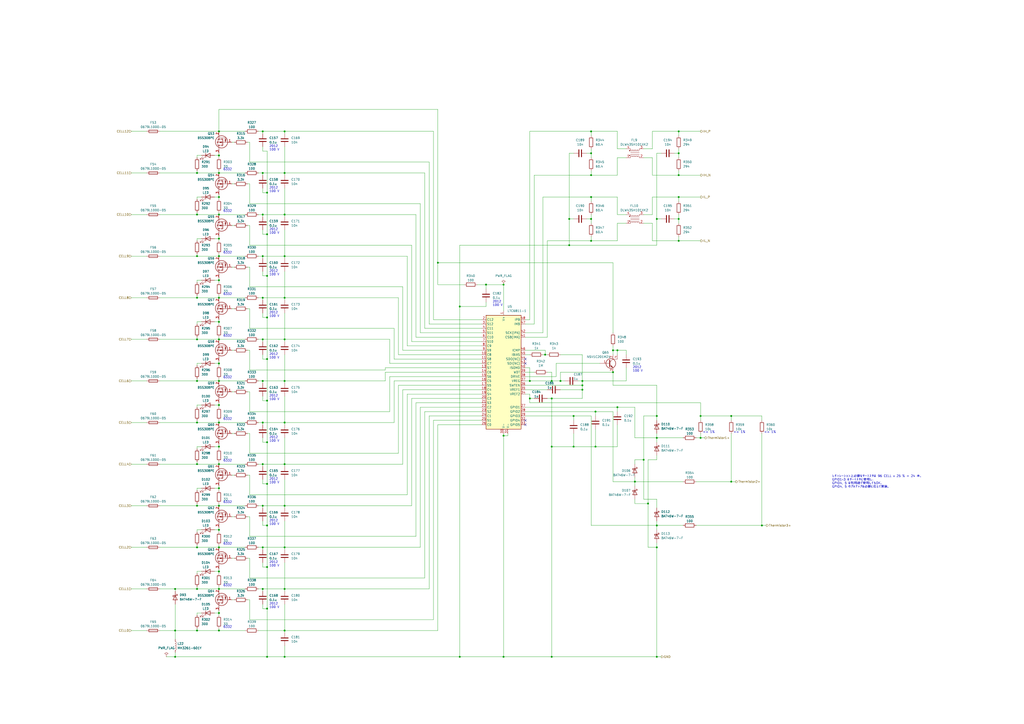
<source format=kicad_sch>
(kicad_sch (version 20230121) (generator eeschema)
  (paper "A2")
  (lib_symbols
    (symbol "Device:C" (pin_numbers hide) (pin_names (offset 0.254))
      (property "Reference" "C" (at 0.635 2.54 0))
      (property "Value" "C" (at 0.635 -2.54 0))
      (symbol "C_1_1"
        (pin passive line (at 0 3.81 270) (length 2.794) (name "~") (number "1"))
        (pin passive line (at 0 -3.81 90) (length 2.794) (name "~") (number "2"))
      )
    )
    (symbol "Device:LED" (pin_numbers hide) (pin_names (offset 1.016) hide)
      (property "Reference" "D" (at 0 2.54 0))
      (property "Value" "LED" (at 0 -2.54 0))
      (symbol "LED_1_1"
        (pin passive line (at -3.81 0 0) (length 2.54) (name "K") (number "1"))
        (pin passive line (at 3.81 0 180) (length 2.54) (name "A") (number "2"))
      )
    )
    (symbol "Device:R" (pin_numbers hide) (pin_names (offset 0))
      (property "Reference" "R" (at 2.032 0 90))
      (property "Value" "R" (at 0 0 90))
      (symbol "R_1_1"
        (pin passive line (at 0 3.81 270) (length 1.27) (name "~") (number "1"))
        (pin passive line (at 0 -3.81 90) (length 1.27) (name "~") (number "2"))
      )
    )
    (symbol "ProjectEV:BatteryManagement_LTC6811-1"
      (property "Reference" "U" (at -10.16 34.29 0))
      (property "Value" "LTC6811-1" (at -16.51 -34.29 0))
      (symbol "BatteryManagement_LTC6811-1_1_1"
        (pin power_in line (at 0 35.56 270) (length 2.54) (name "V+") (number "1"))
        (pin input line (at -12.7 10.16 0) (length 2.54) (name "C8") (number "10"))
        (pin bidirectional line (at -12.7 7.62 0) (length 2.54) (name "S8") (number "11"))
        (pin input line (at -12.7 5.08 0) (length 2.54) (name "C7") (number "12"))
        (pin bidirectional line (at -12.7 2.54 0) (length 2.54) (name "S7") (number "13"))
        (pin input line (at -12.7 0 0) (length 2.54) (name "C6") (number "14"))
        (pin bidirectional line (at -12.7 -2.54 0) (length 2.54) (name "S6") (number "15"))
        (pin input line (at -12.7 -5.08 0) (length 2.54) (name "C5") (number "16"))
        (pin bidirectional line (at -12.7 -7.62 0) (length 2.54) (name "S5") (number "17"))
        (pin input line (at -12.7 -10.16 0) (length 2.54) (name "C4") (number "18"))
        (pin bidirectional line (at -12.7 -12.7 0) (length 2.54) (name "S4") (number "19"))
        (pin input line (at -12.7 30.48 0) (length 2.54) (name "C12") (number "2"))
        (pin input line (at -12.7 -15.24 0) (length 2.54) (name "C3") (number "20"))
        (pin bidirectional line (at -12.7 -17.78 0) (length 2.54) (name "S3") (number "21"))
        (pin input line (at -12.7 -20.32 0) (length 2.54) (name "C2") (number "22"))
        (pin bidirectional line (at -12.7 -22.86 0) (length 2.54) (name "S2") (number "23"))
        (pin input line (at -12.7 -25.4 0) (length 2.54) (name "C1") (number "24"))
        (pin bidirectional line (at -12.7 -27.94 0) (length 2.54) (name "S1") (number "25"))
        (pin input line (at -12.7 -30.48 0) (length 2.54) (name "C0") (number "26"))
        (pin bidirectional line (at 12.7 -20.32 180) (length 2.54) (name "GPIO1") (number "27"))
        (pin bidirectional line (at 12.7 -22.86 180) (length 2.54) (name "GPIO2") (number "28"))
        (pin bidirectional line (at 12.7 -25.4 180) (length 2.54) (name "GPIO3") (number "29"))
        (pin bidirectional line (at -12.7 27.94 0) (length 2.54) (name "S12") (number "3"))
        (pin passive line (at 0 -35.56 90) (length 2.54) (name "V-") (number "30"))
        (pin passive line (at 2.54 -35.56 90) (length 2.54) (name "V-") (number "31"))
        (pin bidirectional line (at 12.7 -27.94 180) (length 2.54) (name "GPIO4") (number "32"))
        (pin bidirectional line (at 12.7 -30.48 180) (length 2.54) (name "GPIO5") (number "33"))
        (pin output line (at 12.7 -12.7 180) (length 2.54) (name "VREF2") (number "34"))
        (pin output line (at 12.7 -10.16 180) (length 2.54) (name "VREF1") (number "35"))
        (pin input line (at 12.7 -7.62 180) (length 2.54) (name "SWTEN") (number "36"))
        (pin input line (at 12.7 -5.08 180) (length 2.54) (name "VREG") (number "37"))
        (pin output line (at 12.7 -2.54 180) (length 2.54) (name "DRIVE") (number "38"))
        (pin output line (at 12.7 0 180) (length 2.54) (name "WDT") (number "39"))
        (pin input line (at -12.7 25.4 0) (length 2.54) (name "C11") (number "4"))
        (pin input line (at 12.7 2.54 180) (length 2.54) (name "ISOMD") (number "40"))
        (pin bidirectional line (at 12.7 20.32 180) (length 2.54) (name "CSB(IMA)") (number "41"))
        (pin bidirectional line (at 12.7 22.86 180) (length 2.54) (name "SCK(IPA)") (number "42"))
        (pin input line (at 12.7 5.08 180) (length 2.54) (name "SDI(NC)") (number "43"))
        (pin open_collector line (at 12.7 7.62 180) (length 2.54) (name "SDO(NC)") (number "44"))
        (pin passive line (at 12.7 10.16 180) (length 2.54) (name "IBIAS") (number "45"))
        (pin passive line (at 12.7 12.7 180) (length 2.54) (name "ICMP") (number "46"))
        (pin bidirectional line (at 12.7 27.94 180) (length 2.54) (name "IMB") (number "47"))
        (pin bidirectional line (at 12.7 30.48 180) (length 2.54) (name "IPB") (number "48"))
        (pin bidirectional line (at -12.7 22.86 0) (length 2.54) (name "S11") (number "5"))
        (pin input line (at -12.7 20.32 0) (length 2.54) (name "C10") (number "6"))
        (pin bidirectional line (at -12.7 17.78 0) (length 2.54) (name "S10") (number "7"))
        (pin input line (at -12.7 15.24 0) (length 2.54) (name "C9") (number "8"))
        (pin bidirectional line (at -12.7 12.7 0) (length 2.54) (name "S9") (number "9"))
      )
    )
    (symbol "ProjectEV:CommonModeChoke_DLW43SH101" (pin_names (offset 0.254) hide)
      (property "Reference" "FL" (at 0 4.445 0))
      (property "Value" "DLW43SH101" (at 0 -4.445 0))
      (symbol "CommonModeChoke_DLW43SH101_1_1"
        (pin passive line (at -5.08 -2.54 0) (length 2.54) (name "1") (number "1"))
        (pin passive line (at 5.08 -2.54 180) (length 2.54) (name "2") (number "2"))
        (pin passive line (at 5.08 2.54 180) (length 2.54) (name "3") (number "3"))
        (pin passive line (at -5.08 2.54 0) (length 2.54) (name "4") (number "4"))
      )
    )
    (symbol "ProjectEV:D_BAT46W-7-F" (pin_numbers hide) (pin_names (offset 1.016) hide)
      (property "Reference" "D" (at 0 2.54 0))
      (property "Value" "BAT46W-7-F" (at 0 -2.54 0))
      (symbol "D_BAT46W-7-F_1_1"
        (pin passive line (at -3.81 0 0) (length 2.54) (name "K") (number "1"))
        (pin passive line (at 3.81 0 180) (length 2.54) (name "A") (number "2"))
      )
    )
    (symbol "ProjectEV:Fuse_0679L1000-05" (pin_numbers hide) (pin_names (offset 0))
      (property "Reference" "F" (at 2.032 0 90))
      (property "Value" "0679L1000-05" (at -1.905 0 90))
      (symbol "Fuse_0679L1000-05_1_1"
        (pin passive line (at 0 3.81 270) (length 1.27) (name "~") (number "1"))
        (pin passive line (at 0 -3.81 90) (length 1.27) (name "~") (number "2"))
      )
    )
    (symbol "ProjectEV:L_MH3261" (pin_numbers hide) (pin_names (offset 1.016) hide)
      (property "Reference" "L" (at -1.27 0 90))
      (property "Value" "MH3261" (at 1.905 0 90))
      (symbol "L_MH3261_1_1"
        (pin passive line (at 0 3.81 270) (length 1.27) (name "1") (number "1"))
        (pin passive line (at 0 -3.81 90) (length 1.27) (name "2") (number "2"))
      )
    )
    (symbol "ProjectEV:Transistor_BSS308PE" (pin_names (offset 0) hide)
      (property "Reference" "Q" (at 5.08 1.27 0))
      (property "Value" "BSS308PE" (at 5.08 -1.27 0))
      (symbol "Transistor_BSS308PE_1_1"
        (pin input line (at -5.08 0 0) (length 2.54) (name "G") (number "1"))
        (pin passive line (at 2.54 -6.35 90) (length 2.54) (name "S") (number "2"))
        (pin passive line (at 2.54 6.35 270) (length 2.54) (name "D") (number "3"))
      )
    )
    (symbol "ProjectEV:Transistor_NSV1C201MZ4" (pin_names (offset 0) hide)
      (property "Reference" "Q" (at 5.08 1.27 0))
      (property "Value" "NSV1C201MZ4" (at 5.08 -1.27 0))
      (symbol "Transistor_NSV1C201MZ4_1_1"
        (pin passive line (at -5.08 0 0) (length 5.715) (name "B") (number "1"))
        (pin passive line (at 2.54 5.08 270) (length 2.54) (name "C") (number "2"))
        (pin passive line (at 2.54 -5.08 90) (length 2.54) (name "E") (number "3"))
        (pin passive line (at 5.08 5.08 270) (length 2.54) (name "C") (number "4"))
      )
    )
    (symbol "power:PWR_FLAG" (power) (pin_numbers hide) (pin_names (offset 0) hide)
      (property "Value" "PWR_FLAG" (at 0 3.81 0))
      (symbol "PWR_FLAG_0_0"
        (pin power_out line (at 0 0 90) (length 0) (name "pwr") (number "1"))
      )
    )
  )
  (junction (at 154.94 135.89))
  (junction (at 342.9 88.9))
  (junction (at 101.6 341.63))
  (junction (at 381 381))
  (junction (at 337.82 223.52))
  (junction (at 127 307.34))
  (junction (at 114.3 148.59))
  (junction (at 101.6 365.76))
  (junction (at 127 172.72))
  (junction (at 266.7 381))
  (junction (at 165.1 381))
  (junction (at 332.74 241.3))
  (junction (at 165.1 100.33))
  (junction (at 154.94 160.02))
  (junction (at 345.44 238.76))
  (junction (at 154.94 381))
  (junction (at 393.7 88.9))
  (junction (at 165.1 148.59))
  (junction (at 114.3 220.98))
  (junction (at 152.4 100.33))
  (junction (at 127 186.69))
  (junction (at 127 283.21))
  (junction (at 127 124.46))
  (junction (at 152.4 76.2))
  (junction (at 281.94 165.1))
  (junction (at 342.9 114.3))
  (junction (at 292.1 381))
  (junction (at 165.1 76.2))
  (junction (at 154.94 111.76))
  (junction (at 165.1 245.11))
  (junction (at 358.14 236.22))
  (junction (at 152.4 293.37))
  (junction (at 127 293.37))
  (junction (at 165.1 269.24))
  (junction (at 342.9 101.6))
  (junction (at 127 100.33))
  (junction (at 127 196.85))
  (junction (at 152.4 148.59))
  (junction (at 345.44 259.08))
  (junction (at 127 76.2))
  (junction (at 406.4 254))
  (junction (at 127 162.56))
  (junction (at 152.4 245.11))
  (junction (at 127 234.95))
  (junction (at 127 245.11))
  (junction (at 381 254))
  (junction (at 114.3 245.11))
  (junction (at 325.12 220.98))
  (junction (at 114.3 365.76))
  (junction (at 152.4 269.24))
  (junction (at 127 90.17))
  (junction (at 165.1 172.72))
  (junction (at 424.18 279.4))
  (junction (at 154.94 208.28))
  (junction (at 127 210.82))
  (junction (at 375.92 292.1))
  (junction (at 355.6 215.9))
  (junction (at 330.2 127))
  (junction (at 114.3 100.33))
  (junction (at 154.94 304.8))
  (junction (at 127 341.63))
  (junction (at 342.9 139.7))
  (junction (at 358.14 203.2))
  (junction (at 441.96 304.8))
  (junction (at 154.94 184.15))
  (junction (at 152.4 196.85))
  (junction (at 127 317.5))
  (junction (at 316.23 205.74))
  (junction (at 424.18 241.3))
  (junction (at 152.4 317.5))
  (junction (at 114.3 293.37))
  (junction (at 254 152.4))
  (junction (at 406.4 241.3))
  (junction (at 127 365.76))
  (junction (at 154.94 353.06))
  (junction (at 332.74 259.08))
  (junction (at 337.82 220.98))
  (junction (at 393.7 114.3))
  (junction (at 165.1 341.63))
  (junction (at 127 269.24))
  (junction (at 127 355.6))
  (junction (at 320.04 259.08))
  (junction (at 307.34 231.14))
  (junction (at 165.1 365.76))
  (junction (at 393.7 101.6))
  (junction (at 114.3 317.5))
  (junction (at 381 304.8))
  (junction (at 152.4 172.72))
  (junction (at 342.9 127))
  (junction (at 127 220.98))
  (junction (at 165.1 220.98))
  (junction (at 266.7 177.8))
  (junction (at 381 317.5))
  (junction (at 114.3 124.46))
  (junction (at 292.1 252.73))
  (junction (at 154.94 256.54))
  (junction (at 292.1 165.1))
  (junction (at 368.3 279.4))
  (junction (at 127 331.47))
  (junction (at 320.04 381))
  (junction (at 393.7 76.2))
  (junction (at 154.94 328.93))
  (junction (at 127 138.43))
  (junction (at 114.3 196.85))
  (junction (at 165.1 317.5))
  (junction (at 127 114.3))
  (junction (at 152.4 220.98))
  (junction (at 154.94 232.41))
  (junction (at 342.9 76.2))
  (junction (at 337.82 226.06))
  (junction (at 307.34 220.98))
  (junction (at 320.04 231.14))
  (junction (at 381 241.3))
  (junction (at 114.3 341.63))
  (junction (at 165.1 124.46))
  (junction (at 127 259.08))
  (junction (at 330.2 142.24))
  (junction (at 355.6 203.2))
  (junction (at 154.94 280.67))
  (junction (at 393.7 127))
  (junction (at 152.4 341.63))
  (junction (at 165.1 293.37))
  (junction (at 152.4 124.46))
  (junction (at 114.3 172.72))
  (junction (at 393.7 139.7))
  (junction (at 101.6 381))
  (junction (at 320.04 220.98))
  (junction (at 381 127))
  (junction (at 373.38 266.7))
  (junction (at 127 148.59))
  (junction (at 165.1 196.85))
  (junction (at 114.3 269.24))
  (no_connect (at 304.8 210.82))
  (no_connect (at 304.8 208.28))
  (no_connect (at 304.8 243.84))
  (no_connect (at 304.8 246.38))
  (wire (pts (xy 307.34 228.6) (xy 304.8 228.6)))
  (wire (pts (xy 152.4 133.35) (xy 152.4 135.89)))
  (wire (pts (xy 152.4 254) (xy 152.4 256.54)))
  (wire (pts (xy 96.52 381) (xy 101.6 381)))
  (wire (pts (xy 149.86 317.5) (xy 152.4 317.5)))
  (wire (pts (xy 358.14 101.6) (xy 358.14 91.44)))
  (wire (pts (xy 276.86 165.1) (xy 281.94 165.1)))
  (wire (pts (xy 381 304.8) (xy 381 307.34)))
  (wire (pts (xy 92.71 245.11) (xy 114.3 245.11)))
  (wire (pts (xy 143.51 347.98) (xy 144.78 347.98)))
  (wire (pts (xy 114.3 269.24) (xy 127 269.24)))
  (wire (pts (xy 381 254) (xy 368.3 254)))
  (wire (pts (xy 307.34 76.2) (xy 342.9 76.2)))
  (wire (pts (xy 127 196.85) (xy 127 195.58)))
  (wire (pts (xy 381 314.96) (xy 381 317.5)))
  (wire (pts (xy 127 245.11) (xy 142.24 245.11)))
  (wire (pts (xy 391.16 127) (xy 393.7 127)))
  (wire (pts (xy 144.78 203.2) (xy 144.78 214.63)))
  (wire (pts (xy 236.22 287.02) (xy 236.22 228.6)))
  (wire (pts (xy 279.4 195.58) (xy 241.3 195.58)))
  (wire (pts (xy 154.94 381) (xy 154.94 353.06)))
  (wire (pts (xy 317.5 215.9) (xy 320.04 215.9)))
  (wire (pts (xy 254 365.76) (xy 165.1 365.76)))
  (wire (pts (xy 243.84 193.04) (xy 279.4 193.04)))
  (wire (pts (xy 279.4 241.3) (xy 248.92 241.3)))
  (wire (pts (xy 149.86 172.72) (xy 152.4 172.72)))
  (wire (pts (xy 127 341.63) (xy 127 340.36)))
  (wire (pts (xy 127 124.46) (xy 142.24 124.46)))
  (wire (pts (xy 307.34 233.68) (xy 406.4 233.68)))
  (wire (pts (xy 320.04 220.98) (xy 325.12 220.98)))
  (wire (pts (xy 127 90.17) (xy 127 91.44)))
  (wire (pts (xy 114.3 307.34) (xy 114.3 308.61)))
  (wire (pts (xy 144.78 262.89) (xy 231.14 262.89)))
  (wire (pts (xy 281.94 165.1) (xy 281.94 167.64)))
  (wire (pts (xy 152.4 148.59) (xy 152.4 149.86)))
  (wire (pts (xy 241.3 311.15) (xy 241.3 233.68)))
  (wire (pts (xy 342.9 114.3) (xy 358.14 114.3)))
  (wire (pts (xy 345.44 241.3) (xy 345.44 238.76)))
  (wire (pts (xy 165.1 157.48) (xy 165.1 172.72)))
  (wire (pts (xy 127 293.37) (xy 142.24 293.37)))
  (wire (pts (xy 393.7 137.16) (xy 393.7 139.7)))
  (wire (pts (xy 154.94 256.54) (xy 154.94 232.41)))
  (wire (pts (xy 363.22 205.74) (xy 363.22 203.2)))
  (wire (pts (xy 304.8 187.96) (xy 309.88 187.96)))
  (wire (pts (xy 124.46 259.08) (xy 127 259.08)))
  (wire (pts (xy 127 257.81) (xy 127 259.08)))
  (wire (pts (xy 292.1 381) (xy 320.04 381)))
  (wire (pts (xy 116.84 307.34) (xy 114.3 307.34)))
  (wire (pts (xy 114.3 162.56) (xy 114.3 163.83)))
  (wire (pts (xy 243.84 317.5) (xy 165.1 317.5)))
  (wire (pts (xy 355.6 152.4) (xy 254 152.4)))
  (wire (pts (xy 307.34 220.98) (xy 320.04 220.98)))
  (wire (pts (xy 381 304.8) (xy 342.9 304.8)))
  (wire (pts (xy 238.76 293.37) (xy 165.1 293.37)))
  (wire (pts (xy 279.4 185.42) (xy 251.46 185.42)))
  (wire (pts (xy 92.71 100.33) (xy 114.3 100.33)))
  (wire (pts (xy 294.64 251.46) (xy 294.64 252.73)))
  (wire (pts (xy 152.4 76.2) (xy 165.1 76.2)))
  (wire (pts (xy 241.3 233.68) (xy 279.4 233.68)))
  (wire (pts (xy 124.46 162.56) (xy 127 162.56)))
  (wire (pts (xy 373.38 266.7) (xy 373.38 289.56)))
  (wire (pts (xy 127 269.24) (xy 142.24 269.24)))
  (wire (pts (xy 368.3 279.4) (xy 396.24 279.4)))
  (wire (pts (xy 127 100.33) (xy 142.24 100.33)))
  (wire (pts (xy 424.18 241.3) (xy 441.96 241.3)))
  (wire (pts (xy 248.92 241.3) (xy 248.92 341.63)))
  (wire (pts (xy 143.51 323.85) (xy 144.78 323.85)))
  (wire (pts (xy 165.1 326.39) (xy 165.1 341.63)))
  (wire (pts (xy 116.84 210.82) (xy 114.3 210.82)))
  (wire (pts (xy 355.6 238.76) (xy 355.6 279.4)))
  (wire (pts (xy 149.86 76.2) (xy 152.4 76.2)))
  (wire (pts (xy 266.7 177.8) (xy 281.94 177.8)))
  (wire (pts (xy 396.24 304.8) (xy 381 304.8)))
  (wire (pts (xy 76.2 317.5) (xy 85.09 317.5)))
  (wire (pts (xy 330.2 127) (xy 332.74 127)))
  (wire (pts (xy 332.74 259.08) (xy 320.04 259.08)))
  (wire (pts (xy 320.04 215.9) (xy 320.04 220.98)))
  (wire (pts (xy 149.86 269.24) (xy 152.4 269.24)))
  (wire (pts (xy 143.51 106.68) (xy 144.78 106.68)))
  (wire (pts (xy 393.7 101.6) (xy 406.4 101.6)))
  (wire (pts (xy 342.9 127) (xy 342.9 129.54)))
  (wire (pts (xy 149.86 293.37) (xy 152.4 293.37)))
  (wire (pts (xy 114.3 114.3) (xy 114.3 115.57)))
  (wire (pts (xy 406.4 241.3) (xy 406.4 243.84)))
  (wire (pts (xy 441.96 241.3) (xy 441.96 243.84)))
  (wire (pts (xy 381 88.9) (xy 383.54 88.9)))
  (wire (pts (xy 101.6 350.52) (xy 101.6 365.76)))
  (wire (pts (xy 92.71 317.5) (xy 114.3 317.5)))
  (wire (pts (xy 279.4 220.98) (xy 228.6 220.98)))
  (wire (pts (xy 124.46 138.43) (xy 127 138.43)))
  (wire (pts (xy 114.3 100.33) (xy 127 100.33)))
  (wire (pts (xy 144.78 118.11) (xy 243.84 118.11)))
  (wire (pts (xy 165.1 374.65) (xy 165.1 381)))
  (wire (pts (xy 76.2 365.76) (xy 85.09 365.76)))
  (wire (pts (xy 330.2 88.9) (xy 332.74 88.9)))
  (wire (pts (xy 127 88.9) (xy 127 90.17)))
  (wire (pts (xy 152.4 269.24) (xy 152.4 270.51)))
  (wire (pts (xy 424.18 241.3) (xy 406.4 241.3)))
  (wire (pts (xy 101.6 341.63) (xy 114.3 341.63)))
  (wire (pts (xy 127 307.34) (xy 127 308.61)))
  (wire (pts (xy 165.1 278.13) (xy 165.1 293.37)))
  (wire (pts (xy 143.51 82.55) (xy 144.78 82.55)))
  (wire (pts (xy 378.46 101.6) (xy 378.46 91.44)))
  (wire (pts (xy 358.14 86.36) (xy 363.22 86.36)))
  (wire (pts (xy 304.8 195.58) (xy 317.5 195.58)))
  (wire (pts (xy 127 186.69) (xy 127 187.96)))
  (wire (pts (xy 254 246.38) (xy 254 365.76)))
  (wire (pts (xy 92.71 220.98) (xy 114.3 220.98)))
  (wire (pts (xy 144.78 275.59) (xy 144.78 287.02)))
  (wire (pts (xy 127 76.2) (xy 142.24 76.2)))
  (wire (pts (xy 304.8 203.2) (xy 316.23 203.2)))
  (wire (pts (xy 127 220.98) (xy 142.24 220.98)))
  (wire (pts (xy 316.23 203.2) (xy 316.23 205.74)))
  (wire (pts (xy 154.94 232.41) (xy 152.4 232.41)))
  (wire (pts (xy 381 381) (xy 383.54 381)))
  (wire (pts (xy 243.84 236.22) (xy 243.84 317.5)))
  (wire (pts (xy 342.9 86.36) (xy 342.9 88.9)))
  (wire (pts (xy 316.23 205.74) (xy 317.5 205.74)))
  (wire (pts (xy 165.1 302.26) (xy 165.1 317.5)))
  (wire (pts (xy 127 185.42) (xy 127 186.69)))
  (wire (pts (xy 116.84 331.47) (xy 114.3 331.47)))
  (wire (pts (xy 143.51 130.81) (xy 144.78 130.81)))
  (wire (pts (xy 144.78 335.28) (xy 246.38 335.28)))
  (wire (pts (xy 393.7 99.06) (xy 393.7 101.6)))
  (wire (pts (xy 165.1 205.74) (xy 165.1 220.98)))
  (wire (pts (xy 165.1 254) (xy 165.1 269.24)))
  (wire (pts (xy 307.34 231.14) (xy 307.34 233.68)))
  (wire (pts (xy 116.84 259.08) (xy 114.3 259.08)))
  (wire (pts (xy 233.68 166.37) (xy 233.68 203.2)))
  (wire (pts (xy 144.78 359.41) (xy 251.46 359.41)))
  (wire (pts (xy 165.1 148.59) (xy 165.1 149.86)))
  (wire (pts (xy 228.6 208.28) (xy 279.4 208.28)))
  (wire (pts (xy 127 234.95) (xy 127 236.22)))
  (wire (pts (xy 114.3 293.37) (xy 127 293.37)))
  (wire (pts (xy 381 264.16) (xy 381 266.7)))
  (wire (pts (xy 154.94 135.89) (xy 152.4 135.89)))
  (wire (pts (xy 114.3 138.43) (xy 114.3 139.7)))
  (wire (pts (xy 358.14 259.08) (xy 345.44 259.08)))
  (wire (pts (xy 154.94 160.02) (xy 154.94 135.89)))
  (wire (pts (xy 228.6 190.5) (xy 228.6 208.28)))
  (wire (pts (xy 246.38 190.5) (xy 246.38 100.33)))
  (wire (pts (xy 406.4 254) (xy 403.86 254)))
  (wire (pts (xy 381 302.26) (xy 381 304.8)))
  (wire (pts (xy 127 245.11) (xy 127 243.84)))
  (wire (pts (xy 114.3 364.49) (xy 114.3 365.76)))
  (wire (pts (xy 127 306.07) (xy 127 307.34)))
  (wire (pts (xy 127 138.43) (xy 127 139.7)))
  (wire (pts (xy 231.14 172.72) (xy 165.1 172.72)))
  (wire (pts (xy 127 355.6) (xy 127 356.87)))
  (wire (pts (xy 154.94 353.06) (xy 154.94 328.93)))
  (wire (pts (xy 152.4 85.09) (xy 152.4 87.63)))
  (wire (pts (xy 381 251.46) (xy 381 254)))
  (wire (pts (xy 406.4 251.46) (xy 406.4 254)))
  (wire (pts (xy 309.88 187.96) (xy 309.88 101.6)))
  (wire (pts (xy 307.34 231.14) (xy 309.88 231.14)))
  (wire (pts (xy 358.14 203.2) (xy 363.22 203.2)))
  (wire (pts (xy 406.4 254) (xy 408.94 254)))
  (wire (pts (xy 342.9 241.3) (xy 332.74 241.3)))
  (wire (pts (xy 355.6 203.2) (xy 358.14 203.2)))
  (wire (pts (xy 114.3 219.71) (xy 114.3 220.98)))
  (wire (pts (xy 337.82 223.52) (xy 337.82 220.98)))
  (wire (pts (xy 233.68 269.24) (xy 165.1 269.24)))
  (wire (pts (xy 134.62 323.85) (xy 135.89 323.85)))
  (wire (pts (xy 152.4 278.13) (xy 152.4 280.67)))
  (wire (pts (xy 378.46 76.2) (xy 393.7 76.2)))
  (wire (pts (xy 134.62 275.59) (xy 135.89 275.59)))
  (wire (pts (xy 124.46 114.3) (xy 127 114.3)))
  (wire (pts (xy 251.46 243.84) (xy 279.4 243.84)))
  (wire (pts (xy 144.78 251.46) (xy 144.78 262.89)))
  (wire (pts (xy 246.38 335.28) (xy 246.38 238.76)))
  (wire (pts (xy 337.82 226.06) (xy 337.82 223.52)))
  (wire (pts (xy 154.94 111.76) (xy 152.4 111.76)))
  (wire (pts (xy 127 365.76) (xy 142.24 365.76)))
  (wire (pts (xy 342.9 124.46) (xy 342.9 127)))
  (wire (pts (xy 279.4 210.82) (xy 226.06 210.82)))
  (wire (pts (xy 127 100.33) (xy 127 99.06)))
  (wire (pts (xy 223.52 215.9) (xy 223.52 220.98)))
  (wire (pts (xy 358.14 246.38) (xy 358.14 259.08)))
  (wire (pts (xy 116.84 138.43) (xy 114.3 138.43)))
  (wire (pts (xy 149.86 220.98) (xy 152.4 220.98)))
  (wire (pts (xy 368.3 289.56) (xy 368.3 292.1)))
  (wire (pts (xy 152.4 317.5) (xy 165.1 317.5)))
  (wire (pts (xy 154.94 208.28) (xy 154.94 184.15)))
  (wire (pts (xy 279.4 231.14) (xy 238.76 231.14)))
  (wire (pts (xy 149.86 196.85) (xy 152.4 196.85)))
  (wire (pts (xy 378.46 139.7) (xy 378.46 129.54)))
  (wire (pts (xy 233.68 203.2) (xy 279.4 203.2)))
  (wire (pts (xy 279.4 190.5) (xy 246.38 190.5)))
  (wire (pts (xy 314.96 193.04) (xy 314.96 114.3)))
  (wire (pts (xy 152.4 124.46) (xy 152.4 125.73)))
  (wire (pts (xy 152.4 157.48) (xy 152.4 160.02)))
  (wire (pts (xy 304.8 205.74) (xy 307.34 205.74)))
  (wire (pts (xy 149.86 341.63) (xy 152.4 341.63)))
  (wire (pts (xy 92.71 76.2) (xy 127 76.2)))
  (wire (pts (xy 124.46 90.17) (xy 127 90.17)))
  (wire (pts (xy 381 127) (xy 383.54 127)))
  (wire (pts (xy 375.92 292.1) (xy 375.92 266.7)))
  (wire (pts (xy 154.94 280.67) (xy 152.4 280.67)))
  (wire (pts (xy 144.78 190.5) (xy 228.6 190.5)))
  (wire (pts (xy 154.94 208.28) (xy 152.4 208.28)))
  (wire (pts (xy 154.94 304.8) (xy 154.94 280.67)))
  (wire (pts (xy 116.84 186.69) (xy 114.3 186.69)))
  (wire (pts (xy 154.94 304.8) (xy 152.4 304.8)))
  (wire (pts (xy 114.3 267.97) (xy 114.3 269.24)))
  (wire (pts (xy 152.4 341.63) (xy 152.4 342.9)))
  (wire (pts (xy 114.3 220.98) (xy 127 220.98)))
  (wire (pts (xy 134.62 179.07) (xy 135.89 179.07)))
  (wire (pts (xy 76.2 245.11) (xy 85.09 245.11)))
  (wire (pts (xy 76.2 172.72) (xy 85.09 172.72)))
  (wire (pts (xy 358.14 124.46) (xy 363.22 124.46)))
  (wire (pts (xy 127 124.46) (xy 127 123.19)))
  (wire (pts (xy 238.76 231.14) (xy 238.76 293.37)))
  (wire (pts (xy 114.3 355.6) (xy 114.3 356.87)))
  (wire (pts (xy 92.71 365.76) (xy 101.6 365.76)))
  (wire (pts (xy 393.7 139.7) (xy 406.4 139.7)))
  (wire (pts (xy 116.84 234.95) (xy 114.3 234.95)))
  (wire (pts (xy 154.94 328.93) (xy 154.94 304.8)))
  (wire (pts (xy 381 223.52) (xy 381 241.3)))
  (wire (pts (xy 114.3 99.06) (xy 114.3 100.33)))
  (wire (pts (xy 373.38 241.3) (xy 373.38 266.7)))
  (wire (pts (xy 332.74 251.46) (xy 332.74 259.08)))
  (wire (pts (xy 393.7 114.3) (xy 406.4 114.3)))
  (wire (pts (xy 304.8 213.36) (xy 307.34 213.36)))
  (wire (pts (xy 152.4 205.74) (xy 152.4 208.28)))
  (wire (pts (xy 393.7 139.7) (xy 378.46 139.7)))
  (wire (pts (xy 378.46 91.44) (xy 373.38 91.44)))
  (wire (pts (xy 152.4 76.2) (xy 152.4 77.47)))
  (wire (pts (xy 373.38 124.46) (xy 378.46 124.46)))
  (wire (pts (xy 381 127) (xy 381 142.24)))
  (wire (pts (xy 124.46 331.47) (xy 127 331.47)))
  (wire (pts (xy 396.24 254) (xy 381 254)))
  (wire (pts (xy 114.3 341.63) (xy 127 341.63)))
  (wire (pts (xy 143.51 275.59) (xy 144.78 275.59)))
  (wire (pts (xy 165.1 365.76) (xy 165.1 367.03)))
  (wire (pts (xy 165.1 269.24) (xy 165.1 270.51)))
  (wire (pts (xy 127 354.33) (xy 127 355.6)))
  (wire (pts (xy 165.1 245.11) (xy 228.6 245.11)))
  (wire (pts (xy 355.6 200.66) (xy 355.6 203.2)))
  (wire (pts (xy 375.92 317.5) (xy 375.92 292.1)))
  (wire (pts (xy 165.1 181.61) (xy 165.1 196.85)))
  (wire (pts (xy 345.44 238.76) (xy 355.6 238.76)))
  (wire (pts (xy 127 76.2) (xy 127 63.5)))
  (wire (pts (xy 241.3 195.58) (xy 241.3 124.46)))
  (wire (pts (xy 322.58 210.82) (xy 347.98 210.82)))
  (wire (pts (xy 226.06 210.82) (xy 226.06 196.85)))
  (wire (pts (xy 134.62 154.94) (xy 135.89 154.94)))
  (wire (pts (xy 143.51 179.07) (xy 144.78 179.07)))
  (wire (pts (xy 381 289.56) (xy 381 294.64)))
  (wire (pts (xy 330.2 142.24) (xy 330.2 127)))
  (wire (pts (xy 335.28 220.98) (xy 337.82 220.98)))
  (wire (pts (xy 393.7 114.3) (xy 393.7 116.84)))
  (wire (pts (xy 76.2 148.59) (xy 85.09 148.59)))
  (wire (pts (xy 124.46 186.69) (xy 127 186.69)))
  (wire (pts (xy 152.4 172.72) (xy 165.1 172.72)))
  (wire (pts (xy 292.1 165.1) (xy 292.1 180.34)))
  (wire (pts (xy 152.4 341.63) (xy 165.1 341.63)))
  (wire (pts (xy 236.22 148.59) (xy 165.1 148.59)))
  (wire (pts (xy 152.4 196.85) (xy 152.4 198.12)))
  (wire (pts (xy 149.86 365.76) (xy 165.1 365.76)))
  (wire (pts (xy 114.3 259.08) (xy 114.3 260.35)))
  (wire (pts (xy 368.3 236.22) (xy 358.14 236.22)))
  (wire (pts (xy 134.62 203.2) (xy 135.89 203.2)))
  (wire (pts (xy 355.6 279.4) (xy 368.3 279.4)))
  (wire (pts (xy 325.12 215.9) (xy 325.12 220.98)))
  (wire (pts (xy 248.92 341.63) (xy 165.1 341.63)))
  (wire (pts (xy 114.3 124.46) (xy 127 124.46)))
  (wire (pts (xy 381 241.3) (xy 373.38 241.3)))
  (wire (pts (xy 114.3 331.47) (xy 114.3 332.74)))
  (wire (pts (xy 165.1 381) (xy 154.94 381)))
  (wire (pts (xy 381 142.24) (xy 330.2 142.24)))
  (wire (pts (xy 241.3 124.46) (xy 165.1 124.46)))
  (wire (pts (xy 342.9 76.2) (xy 358.14 76.2)))
  (wire (pts (xy 342.9 99.06) (xy 342.9 101.6)))
  (wire (pts (xy 152.4 220.98) (xy 165.1 220.98)))
  (wire (pts (xy 304.8 223.52) (xy 337.82 223.52)))
  (wire (pts (xy 304.8 236.22) (xy 358.14 236.22)))
  (wire (pts (xy 127 331.47) (xy 127 332.74)))
  (wire (pts (xy 251.46 76.2) (xy 165.1 76.2)))
  (wire (pts (xy 152.4 293.37) (xy 152.4 294.64)))
  (wire (pts (xy 307.34 213.36) (xy 307.34 220.98)))
  (wire (pts (xy 152.4 293.37) (xy 165.1 293.37)))
  (wire (pts (xy 403.86 304.8) (xy 441.96 304.8)))
  (wire (pts (xy 165.1 293.37) (xy 165.1 294.64)))
  (wire (pts (xy 165.1 124.46) (xy 165.1 125.73)))
  (wire (pts (xy 314.96 114.3) (xy 342.9 114.3)))
  (wire (pts (xy 254 165.1) (xy 269.24 165.1)))
  (wire (pts (xy 254 63.5) (xy 254 152.4)))
  (wire (pts (xy 149.86 245.11) (xy 152.4 245.11)))
  (wire (pts (xy 345.44 248.92) (xy 345.44 259.08)))
  (wire (pts (xy 152.4 196.85) (xy 165.1 196.85)))
  (wire (pts (xy 114.3 123.19) (xy 114.3 124.46)))
  (wire (pts (xy 320.04 259.08) (xy 320.04 231.14)))
  (wire (pts (xy 144.78 299.72) (xy 144.78 311.15)))
  (wire (pts (xy 127 283.21) (xy 127 284.48)))
  (wire (pts (xy 114.3 243.84) (xy 114.3 245.11)))
  (wire (pts (xy 279.4 246.38) (xy 254 246.38)))
  (wire (pts (xy 154.94 160.02) (xy 152.4 160.02)))
  (wire (pts (xy 116.84 90.17) (xy 114.3 90.17)))
  (wire (pts (xy 332.74 241.3) (xy 332.74 243.84)))
  (wire (pts (xy 393.7 76.2) (xy 393.7 78.74)))
  (wire (pts (xy 279.4 200.66) (xy 236.22 200.66)))
  (wire (pts (xy 223.52 213.36) (xy 279.4 213.36)))
  (wire (pts (xy 165.1 172.72) (xy 165.1 173.99)))
  (wire (pts (xy 393.7 86.36) (xy 393.7 88.9)))
  (wire (pts (xy 101.6 342.9) (xy 101.6 341.63)))
  (wire (pts (xy 165.1 133.35) (xy 165.1 148.59)))
  (wire (pts (xy 355.6 193.04) (xy 355.6 152.4)))
  (wire (pts (xy 127 317.5) (xy 142.24 317.5)))
  (wire (pts (xy 152.4 220.98) (xy 152.4 222.25)))
  (wire (pts (xy 246.38 238.76) (xy 279.4 238.76)))
  (wire (pts (xy 76.2 100.33) (xy 85.09 100.33)))
  (wire (pts (xy 154.94 353.06) (xy 152.4 353.06)))
  (wire (pts (xy 76.2 196.85) (xy 85.09 196.85)))
  (wire (pts (xy 292.1 251.46) (xy 292.1 252.73)))
  (wire (pts (xy 127 209.55) (xy 127 210.82)))
  (wire (pts (xy 114.3 171.45) (xy 114.3 172.72)))
  (wire (pts (xy 152.4 148.59) (xy 165.1 148.59)))
  (wire (pts (xy 266.7 177.8) (xy 266.7 381)))
  (wire (pts (xy 152.4 109.22) (xy 152.4 111.76)))
  (wire (pts (xy 127 114.3) (xy 127 115.57)))
  (wire (pts (xy 143.51 299.72) (xy 144.78 299.72)))
  (wire (pts (xy 441.96 251.46) (xy 441.96 304.8)))
  (wire (pts (xy 279.4 226.06) (xy 233.68 226.06)))
  (wire (pts (xy 152.4 302.26) (xy 152.4 304.8)))
  (wire (pts (xy 226.06 238.76) (xy 226.06 218.44)))
  (wire (pts (xy 165.1 365.76) (xy 165.1 350.52)))
  (wire (pts (xy 127 269.24) (xy 127 267.97)))
  (wire (pts (xy 127 148.59) (xy 127 147.32)))
  (wire (pts (xy 340.36 127) (xy 342.9 127)))
  (wire (pts (xy 320.04 381) (xy 381 381)))
  (wire (pts (xy 337.82 205.74) (xy 337.82 220.98)))
  (wire (pts (xy 152.4 124.46) (xy 165.1 124.46)))
  (wire (pts (xy 358.14 91.44) (xy 363.22 91.44)))
  (wire (pts (xy 248.92 187.96) (xy 279.4 187.96)))
  (wire (pts (xy 279.4 205.74) (xy 231.14 205.74)))
  (wire (pts (xy 236.22 228.6) (xy 279.4 228.6)))
  (wire (pts (xy 116.84 283.21) (xy 114.3 283.21)))
  (wire (pts (xy 320.04 259.08) (xy 320.04 381)))
  (wire (pts (xy 154.94 328.93) (xy 152.4 328.93)))
  (wire (pts (xy 76.2 293.37) (xy 85.09 293.37)))
  (wire (pts (xy 144.78 238.76) (xy 226.06 238.76)))
  (wire (pts (xy 101.6 381) (xy 154.94 381)))
  (wire (pts (xy 330.2 142.24) (xy 266.7 142.24)))
  (wire (pts (xy 304.8 185.42) (xy 307.34 185.42)))
  (wire (pts (xy 358.14 139.7) (xy 358.14 129.54)))
  (wire (pts (xy 309.88 101.6) (xy 342.9 101.6)))
  (wire (pts (xy 154.94 256.54) (xy 152.4 256.54)))
  (wire (pts (xy 144.78 347.98) (xy 144.78 359.41)))
  (wire (pts (xy 144.78 154.94) (xy 144.78 166.37)))
  (wire (pts (xy 114.3 148.59) (xy 127 148.59)))
  (wire (pts (xy 165.1 381) (xy 266.7 381)))
  (wire (pts (xy 325.12 226.06) (xy 337.82 226.06)))
  (wire (pts (xy 127 220.98) (xy 127 219.71)))
  (wire (pts (xy 373.38 86.36) (xy 378.46 86.36)))
  (wire (pts (xy 393.7 76.2) (xy 406.4 76.2)))
  (wire (pts (xy 144.78 166.37) (xy 233.68 166.37)))
  (wire (pts (xy 337.82 231.14) (xy 337.82 226.06)))
  (wire (pts (xy 231.14 205.74) (xy 231.14 172.72)))
  (wire (pts (xy 124.46 210.82) (xy 127 210.82)))
  (wire (pts (xy 332.74 259.08) (xy 345.44 259.08)))
  (wire (pts (xy 92.71 148.59) (xy 114.3 148.59)))
  (wire (pts (xy 381 317.5) (xy 381 381)))
  (wire (pts (xy 292.1 252.73) (xy 292.1 381)))
  (wire (pts (xy 127 172.72) (xy 127 171.45)))
  (wire (pts (xy 342.9 304.8) (xy 342.9 241.3)))
  (wire (pts (xy 248.92 93.98) (xy 248.92 187.96)))
  (wire (pts (xy 154.94 184.15) (xy 152.4 184.15)))
  (wire (pts (xy 378.46 114.3) (xy 393.7 114.3)))
  (wire (pts (xy 144.78 227.33) (xy 144.78 238.76)))
  (wire (pts (xy 304.8 193.04) (xy 314.96 193.04)))
  (wire (pts (xy 127 63.5) (xy 254 63.5)))
  (wire (pts (xy 238.76 142.24) (xy 238.76 198.12)))
  (wire (pts (xy 355.6 215.9) (xy 325.12 215.9)))
  (wire (pts (xy 231.14 223.52) (xy 279.4 223.52)))
  (wire (pts (xy 223.52 220.98) (xy 165.1 220.98)))
  (wire (pts (xy 340.36 88.9) (xy 342.9 88.9)))
  (wire (pts (xy 375.92 266.7) (xy 381 266.7)))
  (wire (pts (xy 165.1 85.09) (xy 165.1 100.33)))
  (wire (pts (xy 322.58 210.82) (xy 322.58 218.44)))
  (wire (pts (xy 373.38 289.56) (xy 381 289.56)))
  (wire (pts (xy 358.14 236.22) (xy 358.14 238.76)))
  (wire (pts (xy 345.44 238.76) (xy 304.8 238.76)))
  (wire (pts (xy 375.92 317.5) (xy 381 317.5)))
  (wire (pts (xy 152.4 269.24) (xy 165.1 269.24)))
  (wire (pts (xy 116.84 355.6) (xy 114.3 355.6)))
  (wire (pts (xy 342.9 114.3) (xy 342.9 116.84)))
  (wire (pts (xy 76.2 341.63) (xy 85.09 341.63)))
  (wire (pts (xy 152.4 326.39) (xy 152.4 328.93)))
  (wire (pts (xy 134.62 106.68) (xy 135.89 106.68)))
  (wire (pts (xy 124.46 283.21) (xy 127 283.21)))
  (wire (pts (xy 226.06 218.44) (xy 279.4 218.44)))
  (wire (pts (xy 165.1 341.63) (xy 165.1 342.9)))
  (wire (pts (xy 152.4 181.61) (xy 152.4 184.15)))
  (wire (pts (xy 243.84 118.11) (xy 243.84 193.04)))
  (wire (pts (xy 375.92 292.1) (xy 368.3 292.1)))
  (wire (pts (xy 363.22 220.98) (xy 337.82 220.98)))
  (wire (pts (xy 101.6 378.46) (xy 101.6 381)))
  (wire (pts (xy 393.7 127) (xy 393.7 129.54)))
  (wire (pts (xy 127 281.94) (xy 127 283.21)))
  (wire (pts (xy 114.3 245.11) (xy 127 245.11)))
  (wire (pts (xy 281.94 165.1) (xy 292.1 165.1)))
  (wire (pts (xy 116.84 114.3) (xy 114.3 114.3)))
  (wire (pts (xy 378.46 86.36) (xy 378.46 76.2)))
  (wire (pts (xy 127 137.16) (xy 127 138.43)))
  (wire (pts (xy 124.46 355.6) (xy 127 355.6)))
  (wire (pts (xy 165.1 196.85) (xy 165.1 198.12)))
  (wire (pts (xy 368.3 276.86) (xy 368.3 279.4)))
  (wire (pts (xy 304.8 215.9) (xy 309.88 215.9)))
  (wire (pts (xy 114.3 186.69) (xy 114.3 187.96)))
  (wire (pts (xy 134.62 251.46) (xy 135.89 251.46)))
  (wire (pts (xy 127 161.29) (xy 127 162.56)))
  (wire (pts (xy 149.86 148.59) (xy 152.4 148.59)))
  (wire (pts (xy 378.46 129.54) (xy 373.38 129.54)))
  (wire (pts (xy 134.62 227.33) (xy 135.89 227.33)))
  (wire (pts (xy 317.5 139.7) (xy 317.5 195.58)))
  (wire (pts (xy 165.1 317.5) (xy 165.1 318.77)))
  (wire (pts (xy 154.94 111.76) (xy 154.94 87.63)))
  (wire (pts (xy 152.4 245.11) (xy 165.1 245.11)))
  (wire (pts (xy 378.46 124.46) (xy 378.46 114.3)))
  (wire (pts (xy 144.78 311.15) (xy 241.3 311.15)))
  (wire (pts (xy 149.86 124.46) (xy 152.4 124.46)))
  (wire (pts (xy 391.16 88.9) (xy 393.7 88.9)))
  (wire (pts (xy 127 162.56) (xy 127 163.83)))
  (wire (pts (xy 143.51 251.46) (xy 144.78 251.46)))
  (wire (pts (xy 124.46 234.95) (xy 127 234.95)))
  (wire (pts (xy 236.22 200.66) (xy 236.22 148.59)))
  (wire (pts (xy 76.2 269.24) (xy 85.09 269.24)))
  (wire (pts (xy 154.94 232.41) (xy 154.94 208.28)))
  (wire (pts (xy 92.71 124.46) (xy 114.3 124.46)))
  (wire (pts (xy 154.94 280.67) (xy 154.94 256.54)))
  (wire (pts (xy 154.94 135.89) (xy 154.94 111.76)))
  (wire (pts (xy 381 223.52) (xy 355.6 223.52)))
  (wire (pts (xy 127 172.72) (xy 142.24 172.72)))
  (wire (pts (xy 144.78 287.02) (xy 236.22 287.02)))
  (wire (pts (xy 165.1 100.33) (xy 165.1 101.6)))
  (wire (pts (xy 101.6 365.76) (xy 101.6 370.84)))
  (wire (pts (xy 342.9 101.6) (xy 358.14 101.6)))
  (wire (pts (xy 393.7 124.46) (xy 393.7 127)))
  (wire (pts (xy 127 259.08) (xy 127 260.35)))
  (wire (pts (xy 363.22 213.36) (xy 363.22 220.98)))
  (wire (pts (xy 381 88.9) (xy 381 127)))
  (wire (pts (xy 251.46 359.41) (xy 251.46 243.84)))
  (wire (pts (xy 152.4 229.87) (xy 152.4 232.41)))
  (wire (pts (xy 251.46 185.42) (xy 251.46 76.2)))
  (wire (pts (xy 127 341.63) (xy 142.24 341.63)))
  (wire (pts (xy 124.46 307.34) (xy 127 307.34)))
  (wire (pts (xy 424.18 251.46) (xy 424.18 279.4)))
  (wire (pts (xy 231.14 262.89) (xy 231.14 223.52)))
  (wire (pts (xy 144.78 179.07) (xy 144.78 190.5)))
  (wire (pts (xy 152.4 350.52) (xy 152.4 353.06)))
  (wire (pts (xy 114.3 195.58) (xy 114.3 196.85)))
  (wire (pts (xy 144.78 82.55) (xy 144.78 93.98)))
  (wire (pts (xy 134.62 82.55) (xy 135.89 82.55)))
  (wire (pts (xy 92.71 293.37) (xy 114.3 293.37)))
  (wire (pts (xy 266.7 142.24) (xy 266.7 177.8)))
  (wire (pts (xy 101.6 365.76) (xy 114.3 365.76)))
  (wire (pts (xy 294.64 252.73) (xy 292.1 252.73)))
  (wire (pts (xy 342.9 76.2) (xy 342.9 78.74)))
  (wire (pts (xy 144.78 323.85) (xy 144.78 335.28)))
  (wire (pts (xy 325.12 220.98) (xy 327.66 220.98)))
  (wire (pts (xy 127 196.85) (xy 142.24 196.85)))
  (wire (pts (xy 165.1 229.87) (xy 165.1 245.11)))
  (wire (pts (xy 307.34 231.14) (xy 307.34 228.6)))
  (wire (pts (xy 368.3 279.4) (xy 368.3 281.94)))
  (wire (pts (xy 358.14 129.54) (xy 363.22 129.54)))
  (wire (pts (xy 314.96 205.74) (xy 316.23 205.74)))
  (wire (pts (xy 307.34 185.42) (xy 307.34 76.2)))
  (wire (pts (xy 76.2 220.98) (xy 85.09 220.98)))
  (wire (pts (xy 381 254) (xy 381 256.54)))
  (wire (pts (xy 266.7 381) (xy 292.1 381)))
  (wire (pts (xy 114.3 147.32) (xy 114.3 148.59)))
  (wire (pts (xy 76.2 124.46) (xy 85.09 124.46)))
  (wire (pts (xy 393.7 101.6) (xy 378.46 101.6)))
  (wire (pts (xy 325.12 205.74) (xy 337.82 205.74)))
  (wire (pts (xy 246.38 100.33) (xy 165.1 100.33)))
  (wire (pts (xy 152.4 100.33) (xy 165.1 100.33)))
  (wire (pts (xy 281.94 175.26) (xy 281.94 177.8)))
  (wire (pts (xy 154.94 184.15) (xy 154.94 160.02)))
  (wire (pts (xy 223.52 214.63) (xy 223.52 213.36)))
  (wire (pts (xy 342.9 88.9) (xy 342.9 91.44)))
  (wire (pts (xy 322.58 218.44) (xy 304.8 218.44)))
  (wire (pts (xy 403.86 279.4) (xy 424.18 279.4)))
  (wire (pts (xy 143.51 203.2) (xy 144.78 203.2)))
  (wire (pts (xy 134.62 299.72) (xy 135.89 299.72)))
  (wire (pts (xy 373.38 266.7) (xy 368.3 266.7)))
  (wire (pts (xy 143.51 227.33) (xy 144.78 227.33)))
  (wire (pts (xy 144.78 106.68) (xy 144.78 118.11)))
  (wire (pts (xy 238.76 198.12) (xy 279.4 198.12)))
  (wire (pts (xy 134.62 347.98) (xy 135.89 347.98)))
  (wire (pts (xy 114.3 172.72) (xy 127 172.72)))
  (wire (pts (xy 143.51 154.94) (xy 144.78 154.94)))
  (wire (pts (xy 152.4 100.33) (xy 152.4 101.6)))
  (wire (pts (xy 114.3 283.21) (xy 114.3 284.48)))
  (wire (pts (xy 114.3 365.76) (xy 127 365.76)))
  (wire (pts (xy 127 113.03) (xy 127 114.3)))
  (wire (pts (xy 127 210.82) (xy 127 212.09)))
  (wire (pts (xy 76.2 76.2) (xy 85.09 76.2)))
  (wire (pts (xy 358.14 114.3) (xy 358.14 124.46)))
  (wire (pts (xy 304.8 226.06) (xy 317.5 226.06)))
  (wire (pts (xy 381 241.3) (xy 381 243.84)))
  (wire (pts (xy 279.4 215.9) (xy 223.52 215.9)))
  (wire (pts (xy 233.68 226.06) (xy 233.68 269.24)))
  (wire (pts (xy 114.3 210.82) (xy 114.3 212.09)))
  (wire (pts (xy 317.5 231.14) (xy 320.04 231.14)))
  (wire (pts (xy 127 233.68) (xy 127 234.95)))
  (wire (pts (xy 358.14 76.2) (xy 358.14 86.36)))
  (wire (pts (xy 92.71 172.72) (xy 114.3 172.72)))
  (wire (pts (xy 165.1 245.11) (xy 165.1 246.38)))
  (wire (pts (xy 114.3 196.85) (xy 127 196.85)))
  (wire (pts (xy 127 365.76) (xy 127 364.49)))
  (wire (pts (xy 92.71 341.63) (xy 101.6 341.63)))
  (wire (pts (xy 358.14 203.2) (xy 358.14 205.74)))
  (wire (pts (xy 226.06 196.85) (xy 165.1 196.85)))
  (wire (pts (xy 144.78 130.81) (xy 144.78 142.24)))
  (wire (pts (xy 152.4 317.5) (xy 152.4 318.77)))
  (wire (pts (xy 424.18 279.4) (xy 426.72 279.4)))
  (wire (pts (xy 127 330.2) (xy 127 331.47)))
  (wire (pts (xy 149.86 100.33) (xy 152.4 100.33)))
  (wire (pts (xy 152.4 245.11) (xy 152.4 246.38)))
  (wire (pts (xy 441.96 304.8) (xy 444.5 304.8)))
  (wire (pts (xy 144.78 214.63) (xy 223.52 214.63)))
  (wire (pts (xy 355.6 223.52) (xy 355.6 215.9)))
  (wire (pts (xy 406.4 233.68) (xy 406.4 241.3)))
  (wire (pts (xy 114.3 234.95) (xy 114.3 236.22)))
  (wire (pts (xy 127 317.5) (xy 127 316.23)))
  (wire (pts (xy 127 293.37) (xy 127 292.1)))
  (wire (pts (xy 254 152.4) (xy 254 165.1)))
  (wire (pts (xy 144.78 93.98) (xy 248.92 93.98)))
  (wire (pts (xy 304.8 220.98) (xy 307.34 220.98)))
  (wire (pts (xy 114.3 317.5) (xy 127 317.5)))
  (wire (pts (xy 368.3 266.7) (xy 368.3 269.24)))
  (wire (pts (xy 304.8 241.3) (xy 332.74 241.3)))
  (wire (pts (xy 144.78 142.24) (xy 238.76 142.24)))
  (wire (pts (xy 127 148.59) (xy 142.24 148.59)))
  (wire (pts (xy 368.3 254) (xy 368.3 236.22)))
  (wire (pts (xy 279.4 236.22) (xy 243.84 236.22)))
  (wire (pts (xy 114.3 316.23) (xy 114.3 317.5)))
  (wire (pts (xy 342.9 137.16) (xy 342.9 139.7)))
  (wire (pts (xy 114.3 90.17) (xy 114.3 91.44)))
  (wire (pts (xy 165.1 220.98) (xy 165.1 222.25)))
  (wire (pts (xy 355.6 203.2) (xy 355.6 205.74)))
  (wire (pts (xy 165.1 76.2) (xy 165.1 77.47)))
  (wire (pts (xy 320.04 231.14) (xy 337.82 231.14)))
  (wire (pts (xy 424.18 243.84) (xy 424.18 241.3)))
  (wire (pts (xy 228.6 220.98) (xy 228.6 245.11)))
  (wire (pts (xy 134.62 130.81) (xy 135.89 130.81)))
  (wire (pts (xy 92.71 269.24) (xy 114.3 269.24)))
  (wire (pts (xy 152.4 172.72) (xy 152.4 173.99)))
  (wire (pts (xy 92.71 196.85) (xy 114.3 196.85)))
  (wire (pts (xy 116.84 162.56) (xy 114.3 162.56)))
  (wire (pts (xy 165.1 109.22) (xy 165.1 124.46)))
  (wire (pts (xy 330.2 127) (xy 330.2 88.9)))
  (wire (pts (xy 342.9 139.7) (xy 317.5 139.7)))
  (wire (pts (xy 154.94 87.63) (xy 152.4 87.63)))
  (wire (pts (xy 114.3 340.36) (xy 114.3 341.63)))
  (wire (pts (xy 342.9 139.7) (xy 358.14 139.7)))
  (wire (pts (xy 114.3 292.1) (xy 114.3 293.37)))
  (wire (pts (xy 393.7 88.9) (xy 393.7 91.44)))
  (text "6332" (at 129.54 99.06 0) (effects (font (size 1.27 1.27)) (justify left bottom)))
  (text "6332" (at 129.54 364.49 0) (effects (font (size 1.27 1.27)) (justify left bottom)))
  (text "2012\n100 V" (at 156.21 87.63 0) (effects (font (size 1.27 1.27)) (justify left bottom)))
  (text "2012\n100 V" (at 367.03 215.9 0) (effects (font (size 1.27 1.27)) (justify left bottom)))
  (text "2012\n100 V" (at 156.21 353.06 0) (effects (font (size 1.27 1.27)) (justify left bottom)))
  (text "<= 1%" (at 425.45 251.46 0) (effects (font (size 1.27 1.27)) (justify left bottom)))
  (text "2012\n100 V" (at 156.21 304.8 0) (effects (font (size 1.27 1.27)) (justify left bottom)))
  (text "2012\n100 V" (at 156.21 184.15 0) (effects (font (size 1.27 1.27)) (justify left bottom)))
  (text "2012\n100 V" (at 156.21 111.76 0) (effects (font (size 1.27 1.27)) (justify left bottom)))
  (text "2012\n100 V" (at 156.21 208.28 0) (effects (font (size 1.27 1.27)) (justify left bottom)))
  (text "2012\n100 V" (at 156.21 232.41 0) (effects (font (size 1.27 1.27)) (justify left bottom)))
  (text "2012\n100 V" (at 285.75 177.8 0) (effects (font (size 1.27 1.27)) (justify left bottom)))
  (text "6332" (at 129.54 147.32 0) (effects (font (size 1.27 1.27)) (justify left bottom)))
  (text "2012\n100 V" (at 156.21 135.89 0) (effects (font (size 1.27 1.27)) (justify left bottom)))
  (text "6332" (at 129.54 292.1 0) (effects (font (size 1.27 1.27)) (justify left bottom)))
  (text "2012\n100 V" (at 156.21 160.02 0) (effects (font (size 1.27 1.27)) (justify left bottom)))
  (text "6332" (at 129.54 195.58 0) (effects (font (size 1.27 1.27)) (justify left bottom)))
  (text "6332" (at 129.54 171.45 0) (effects (font (size 1.27 1.27)) (justify left bottom)))
  (text "6332" (at 129.54 243.84 0) (effects (font (size 1.27 1.27)) (justify left bottom)))
  (text "2012\n100 V" (at 156.21 328.93 0) (effects (font (size 1.27 1.27)) (justify left bottom)))
  (text "6332" (at 129.54 340.36 0) (effects (font (size 1.27 1.27)) (justify left bottom)))
  (text "2012\n100 V" (at 156.21 280.67 0) (effects (font (size 1.27 1.27)) (justify left bottom)))
  (text "<= 1%" (at 407.67 251.46 0) (effects (font (size 1.27 1.27)) (justify left bottom)))
  (text "6332" (at 129.54 219.71 0) (effects (font (size 1.27 1.27)) (justify left bottom)))
  (text "レギュレーション上必要なサーミスタは 96 CELL x 25 % = 24 本.\nGPIO1~3 をサーミスタに使用し、\nGPIO4, 5 は別用途で使用してもOK.\nGPIO4, 5 のプルアップは必要に応じて実装." (at 482.6 283.21 0) (effects (font (size 1.27 1.27)) (justify left bottom)))
  (text "6332" (at 129.54 123.19 0) (effects (font (size 1.27 1.27)) (justify left bottom)))
  (text "6332" (at 129.54 267.97 0) (effects (font (size 1.27 1.27)) (justify left bottom)))
  (text "2012\n100 V" (at 156.21 256.54 0) (effects (font (size 1.27 1.27)) (justify left bottom)))
  (text "<= 1%" (at 443.23 251.46 0) (effects (font (size 1.27 1.27)) (justify left bottom)))
  (text "6332" (at 129.54 316.23 0) (effects (font (size 1.27 1.27)) (justify left bottom)))
  (hierarchical_label "CELL11" (shape input) (at 76.2 100.33 180))
  (hierarchical_label "CELL10" (shape input) (at 76.2 124.46 180))
  (hierarchical_label "CELL3" (shape input) (at 76.2 293.37 180))
  (hierarchical_label "Thermistor1+" (shape output) (at 408.94 254 0))
  (hierarchical_label "CELL0" (shape input) (at 76.2 365.76 180))
  (hierarchical_label "CELL2" (shape input) (at 76.2 317.5 180))
  (hierarchical_label "Thermistor3+" (shape output) (at 444.5 304.8 0))
  (hierarchical_label "CELL4" (shape input) (at 76.2 269.24 180))
  (hierarchical_label "CELL12" (shape input) (at 76.2 76.2 180))
  (hierarchical_label "CELL1" (shape input) (at 76.2 341.63 180))
  (hierarchical_label "IH_P" (shape output) (at 406.4 76.2 0))
  (hierarchical_label "IL_N" (shape output) (at 406.4 139.7 0))
  (hierarchical_label "CELL6" (shape input) (at 76.2 220.98 180))
  (hierarchical_label "GND" (shape output) (at 383.54 381 0))
  (hierarchical_label "CELL5" (shape input) (at 76.2 245.11 180))
  (hierarchical_label "CELL8" (shape input) (at 76.2 172.72 180))
  (hierarchical_label "IH_N" (shape output) (at 406.4 101.6 0))
  (hierarchical_label "IL_P" (shape output) (at 406.4 114.3 0))
  (hierarchical_label "CELL9" (shape input) (at 76.2 148.59 180))
  (hierarchical_label "Thermistor2+" (shape output) (at 426.72 279.4 0))
  (hierarchical_label "CELL7" (shape input) (at 76.2 196.85 180))
  (symbol (lib_id "Device:C") (at 165.1 370.84 0) (unit 1)
    (property "Reference" "C181" (at 168.91 369.57 0) (effects (justify left)))
    (property "Value" "10n" (at 168.91 372.11 0) (effects (justify left)))
    (property "Footprint" "Capacitor_SMD:C_0402_1005Metric" (effects hide))
  )
  (symbol (lib_id "Device:C") (at 165.1 250.19 0) (unit 1)
    (property "Reference" "C176" (at 168.91 248.92 0) (effects (justify left)))
    (property "Value" "10n" (at 168.91 251.46 0) (effects (justify left)))
    (property "Footprint" "Capacitor_SMD:C_0402_1005Metric" (effects hide))
  )
  (symbol (lib_id "ProjectEV:CommonModeChoke_DLW43SH101") (at 368.3 127 0) (unit 1)
    (property "Reference" "FL10" (at 367.919 119.38 0))
    (property "Value" "DLW43SH101XK2" (at 367.919 121.92 0))
    (property "Footprint" "ProjectEV:CommonModeChoke_DLW43SH101" (effects hide))
    (property "Datasheet" "https://www.murata.com/en-eu/products/productdata/8796758605854/QFLC9101.pdf" (effects hide))
  )
  (symbol (lib_id "Device:R") (at 146.05 100.33 90) (unit 1)
    (property "Reference" "R328" (at 146.05 95.25 90))
    (property "Value" "100" (at 146.05 97.79 90))
    (property "Footprint" "Resistor_SMD:R_0402_1005Metric" (effects hide))
  )
  (symbol (lib_id "Device:C") (at 165.1 298.45 0) (unit 1)
    (property "Reference" "C178" (at 168.91 297.18 0) (effects (justify left)))
    (property "Value" "10n" (at 168.91 299.72 0) (effects (justify left)))
    (property "Footprint" "Capacitor_SMD:C_0402_1005Metric" (effects hide))
  )
  (symbol (lib_id "Device:R") (at 127 143.51 0) (unit 1)
    (property "Reference" "R305" (at 129.54 142.24 0) (effects (justify left)))
    (property "Value" "33" (at 129.54 144.78 0) (effects (justify left)))
    (property "Footprint" "Resistor_SMD:R_2512_6332Metric" (effects hide))
  )
  (symbol (lib_id "Device:R") (at 146.05 196.85 90) (unit 1)
    (property "Reference" "R332" (at 146.05 191.77 90))
    (property "Value" "100" (at 146.05 194.31 90))
    (property "Footprint" "Resistor_SMD:R_0402_1005Metric" (effects hide))
  )
  (symbol (lib_id "Device:R") (at 114.3 167.64 0) (unit 1)
    (property "Reference" "R294" (at 116.84 166.37 0) (effects (justify left)))
    (property "Value" "300" (at 116.84 168.91 0) (effects (justify left)))
    (property "Footprint" "Resistor_SMD:R_0603_1608Metric" (effects hide))
  )
  (symbol (lib_id "Device:C") (at 152.4 81.28 0) (unit 1)
    (property "Reference" "C157" (at 156.21 80.01 0) (effects (justify left)))
    (property "Value" "0.1u" (at 156.21 82.55 0) (effects (justify left)))
    (property "Footprint" "Capacitor_SMD:C_0805_2012Metric" (effects hide))
  )
  (symbol (lib_id "Device:R") (at 127 240.03 0) (unit 1)
    (property "Reference" "R309" (at 129.54 238.76 0) (effects (justify left)))
    (property "Value" "33" (at 129.54 241.3 0) (effects (justify left)))
    (property "Footprint" "Resistor_SMD:R_2512_6332Metric" (effects hide))
  )
  (symbol (lib_id "Device:C") (at 165.1 274.32 0) (unit 1)
    (property "Reference" "C177" (at 168.91 273.05 0) (effects (justify left)))
    (property "Value" "10n" (at 168.91 275.59 0) (effects (justify left)))
    (property "Footprint" "Capacitor_SMD:C_0402_1005Metric" (effects hide))
  )
  (symbol (lib_id "Device:R") (at 146.05 341.63 90) (unit 1)
    (property "Reference" "R338" (at 146.05 336.55 90))
    (property "Value" "100" (at 146.05 339.09 90))
    (property "Footprint" "Resistor_SMD:R_0402_1005Metric" (effects hide))
  )
  (symbol (lib_id "Device:R") (at 139.7 347.98 90) (unit 1)
    (property "Reference" "R326" (at 139.7 342.9 90))
    (property "Value" "3.3k" (at 139.7 345.44 90))
    (property "Footprint" "Resistor_SMD:R_0402_1005Metric" (effects hide))
  )
  (symbol (lib_id "Device:C") (at 165.1 153.67 0) (unit 1)
    (property "Reference" "C172" (at 168.91 152.4 0) (effects (justify left)))
    (property "Value" "10n" (at 168.91 154.94 0) (effects (justify left)))
    (property "Footprint" "Capacitor_SMD:C_0402_1005Metric" (effects hide))
  )
  (symbol (lib_id "ProjectEV:Fuse_0679L1000-05") (at 88.9 76.2 90) (unit 1)
    (property "Reference" "F53" (at 88.9 71.12 90))
    (property "Value" "0679L1000-05" (at 88.9 73.66 90))
    (property "Footprint" "ProjectEV:Fuse_0679L" (effects hide))
    (property "Datasheet" "https://www.belfuse.com/resources/datasheets/circuitprotection/ds-cp-0679l-series.pdf" (effects hide))
  )
  (symbol (lib_id "Device:R") (at 400.05 279.4 90) (unit 1)
    (property "Reference" "R354" (at 400.05 274.32 90))
    (property "Value" "100" (at 400.05 276.86 90))
    (property "Footprint" "Resistor_SMD:R_0402_1005Metric" (effects hide))
  )
  (symbol (lib_id "Device:R") (at 139.7 299.72 90) (unit 1)
    (property "Reference" "R324" (at 139.7 294.64 90))
    (property "Value" "3.3k" (at 139.7 297.18 90))
    (property "Footprint" "Resistor_SMD:R_0402_1005Metric" (effects hide))
  )
  (symbol (lib_id "Device:LED") (at 120.65 114.3 0) (unit 1)
    (property "Reference" "D95" (at 119.38 109.22 0))
    (property "Value" "LED" (at 119.38 111.76 0))
    (property "Footprint" "LED_SMD:LED_0603_1608Metric" (effects hide))
  )
  (symbol (lib_id "Device:R") (at 342.9 82.55 180) (unit 1)
    (property "Reference" "R344" (at 345.44 81.28 0) (effects (justify right)))
    (property "Value" "60.4" (at 345.44 83.82 0) (effects (justify right)))
    (property "Footprint" "Resistor_SMD:R_0603_1608Metric" (effects hide))
  )
  (symbol (lib_id "Device:R") (at 393.7 133.35 180) (unit 1)
    (property "Reference" "R352" (at 396.24 132.08 0) (effects (justify right)))
    (property "Value" "294" (at 396.24 134.62 0) (effects (justify right)))
    (property "Footprint" "Resistor_SMD:R_0603_1608Metric" (effects hide))
  )
  (symbol (lib_id "ProjectEV:Fuse_0679L1000-05") (at 88.9 100.33 90) (unit 1)
    (property "Reference" "F54" (at 88.9 95.25 90))
    (property "Value" "0679L1000-05" (at 88.9 97.79 90))
    (property "Footprint" "ProjectEV:Fuse_0679L" (effects hide))
    (property "Datasheet" "https://www.belfuse.com/resources/datasheets/circuitprotection/ds-cp-0679l-series.pdf" (effects hide))
  )
  (symbol (lib_id "Device:R") (at 311.15 205.74 270) (unit 1)
    (property "Reference" "R341" (at 311.15 199.39 90))
    (property "Value" "1k" (at 311.15 201.93 90))
    (property "Footprint" "Resistor_SMD:R_0402_1005Metric" (effects hide))
  )
  (symbol (lib_id "Device:LED") (at 120.65 331.47 0) (unit 1)
    (property "Reference" "D104" (at 119.38 326.39 0))
    (property "Value" "LED" (at 119.38 328.93 0))
    (property "Footprint" "LED_SMD:LED_0603_1608Metric" (effects hide))
  )
  (symbol (lib_id "Device:C") (at 152.4 274.32 0) (unit 1)
    (property "Reference" "C165" (at 156.21 273.05 0) (effects (justify left)))
    (property "Value" "0.1u" (at 156.21 275.59 0) (effects (justify left)))
    (property "Footprint" "Capacitor_SMD:C_0805_2012Metric" (effects hide))
  )
  (symbol (lib_id "Device:R") (at 127 215.9 0) (unit 1)
    (property "Reference" "R308" (at 129.54 214.63 0) (effects (justify left)))
    (property "Value" "33" (at 129.54 217.17 0) (effects (justify left)))
    (property "Footprint" "Resistor_SMD:R_2512_6332Metric" (effects hide))
  )
  (symbol (lib_id "Device:R") (at 393.7 82.55 180) (unit 1)
    (property "Reference" "R349" (at 396.24 81.28 0) (effects (justify right)))
    (property "Value" "294" (at 396.24 83.82 0) (effects (justify right)))
    (property "Footprint" "Resistor_SMD:R_0603_1608Metric" (effects hide))
  )
  (symbol (lib_id "Device:R") (at 146.05 76.2 90) (unit 1)
    (property "Reference" "R327" (at 146.05 71.12 90))
    (property "Value" "100" (at 146.05 73.66 90))
    (property "Footprint" "Resistor_SMD:R_0402_1005Metric" (effects hide))
  )
  (symbol (lib_id "Device:R") (at 393.7 95.25 180) (unit 1)
    (property "Reference" "R350" (at 396.24 93.98 0) (effects (justify right)))
    (property "Value" "294" (at 396.24 96.52 0) (effects (justify right)))
    (property "Footprint" "Resistor_SMD:R_0603_1608Metric" (effects hide))
  )
  (symbol (lib_id "Device:R") (at 114.3 264.16 0) (unit 1)
    (property "Reference" "R298" (at 116.84 262.89 0) (effects (justify left)))
    (property "Value" "300" (at 116.84 265.43 0) (effects (justify left)))
    (property "Footprint" "Resistor_SMD:R_0603_1608Metric" (effects hide))
  )
  (symbol (lib_id "ProjectEV:Fuse_0679L1000-05") (at 88.9 365.76 90) (unit 1)
    (property "Reference" "F65" (at 88.9 360.68 90))
    (property "Value" "0679L1000-05" (at 88.9 363.22 90))
    (property "Footprint" "ProjectEV:Fuse_0679L" (effects hide))
    (property "Datasheet" "https://www.belfuse.com/resources/datasheets/circuitprotection/ds-cp-0679l-series.pdf" (effects hide))
  )
  (symbol (lib_id "Device:C") (at 313.69 231.14 270) (unit 1)
    (property "Reference" "C184" (at 311.15 227.33 90))
    (property "Value" "1u" (at 311.15 229.87 90))
    (property "Footprint" "Capacitor_SMD:C_0402_1005Metric" (effects hide))
  )
  (symbol (lib_id "ProjectEV:D_BAT46W-7-F") (at 381 298.45 270) (unit 1)
    (property "Reference" "D112" (at 383.54 296.8625 90) (effects (justify left)))
    (property "Value" "BAT46W-7-F" (at 383.54 299.4025 90) (effects (justify left)))
    (property "Footprint" "ProjectEV:D_SOD-123_BAT46W-7-F" (effects hide))
    (property "Datasheet" "https://www.diodes.com/assets/Datasheets/BAT46W.pdf" (effects hide))
  )
  (symbol (lib_id "Device:R") (at 139.7 179.07 90) (unit 1)
    (property "Reference" "R319" (at 139.7 173.99 90))
    (property "Value" "3.3k" (at 139.7 176.53 90))
    (property "Footprint" "Resistor_SMD:R_0402_1005Metric" (effects hide))
  )
  (symbol (lib_id "power:PWR_FLAG") (at 96.52 381 0) (unit 1)
    (property "Reference" "#FLG012" (effects hide))
    (property "Value" "PWR_FLAG" (at 96.52 375.92 0))
  )
  (symbol (lib_id "Device:R") (at 146.05 269.24 90) (unit 1)
    (property "Reference" "R335" (at 146.05 264.16 90))
    (property "Value" "100" (at 146.05 266.7 90))
    (property "Footprint" "Resistor_SMD:R_0402_1005Metric" (effects hide))
  )
  (symbol (lib_id "ProjectEV:Transistor_BSS308PE") (at 129.54 106.68 180) (unit 1)
    (property "Reference" "Q54" (at 124.46 101.6 0) (effects (justify left)))
    (property "Value" "BSS308PE" (at 124.46 104.14 0) (effects (justify left)))
    (property "Footprint" "ProjectEV:Package_SOT-23_BSS308PE" (effects hide))
    (property "Datasheet" "https://www.infineon.com/dgdl/BSS308PE_Rev2.03.pdf?folderId=db3a304314dca38901154a72e3951a65&fileId=db3a304330f686060131099c80400073" (effects hide))
  )
  (symbol (lib_id "Device:R") (at 342.9 133.35 180) (unit 1)
    (property "Reference" "R347" (at 345.44 132.08 0) (effects (justify right)))
    (property "Value" "60.4" (at 345.44 134.62 0) (effects (justify right)))
    (property "Footprint" "Resistor_SMD:R_0603_1608Metric" (effects hide))
  )
  (symbol (lib_id "Device:R") (at 406.4 247.65 0) (unit 1)
    (property "Reference" "R358" (at 408.94 246.38 0) (effects (justify left)))
    (property "Value" "10k" (at 408.94 248.92 0) (effects (justify left)))
    (property "Footprint" "Resistor_SMD:R_0402_1005Metric" (effects hide))
  )
  (symbol (lib_id "Device:C") (at 165.1 322.58 0) (unit 1)
    (property "Reference" "C179" (at 168.91 321.31 0) (effects (justify left)))
    (property "Value" "10n" (at 168.91 323.85 0) (effects (justify left)))
    (property "Footprint" "Capacitor_SMD:C_0402_1005Metric" (effects hide))
  )
  (symbol (lib_id "Device:C") (at 336.55 127 90) (unit 1)
    (property "Reference" "C190" (at 336.55 119.38 90))
    (property "Value" "10n" (at 336.55 121.92 90))
    (property "Footprint" "Capacitor_SMD:C_0402_1005Metric" (effects hide))
  )
  (symbol (lib_id "Device:C") (at 281.94 171.45 0) (unit 1)
    (property "Reference" "C182" (at 285.75 170.18 0) (effects (justify left)))
    (property "Value" "0.1u" (at 285.75 172.72 0) (effects (justify left)))
    (property "Footprint" "Capacitor_SMD:C_0805_2012Metric" (effects hide))
  )
  (symbol (lib_id "Device:R") (at 273.05 165.1 90) (unit 1)
    (property "Reference" "R340" (at 273.05 160.02 90))
    (property "Value" "100" (at 273.05 162.56 90))
    (property "Footprint" "Resistor_SMD:R_0402_1005Metric" (effects hide))
  )
  (symbol (lib_id "Device:R") (at 139.7 275.59 90) (unit 1)
    (property "Reference" "R323" (at 139.7 270.51 90))
    (property "Value" "3.3k" (at 139.7 273.05 90))
    (property "Footprint" "Resistor_SMD:R_0402_1005Metric" (effects hide))
  )
  (symbol (lib_id "Device:LED") (at 120.65 355.6 0) (unit 1)
    (property "Reference" "D105" (at 119.38 350.52 0))
    (property "Value" "LED" (at 119.38 353.06 0))
    (property "Footprint" "LED_SMD:LED_0603_1608Metric" (effects hide))
  )
  (symbol (lib_id "ProjectEV:Fuse_0679L1000-05") (at 88.9 293.37 90) (unit 1)
    (property "Reference" "F62" (at 88.9 288.29 90))
    (property "Value" "0679L1000-05" (at 88.9 290.83 90))
    (property "Footprint" "ProjectEV:Fuse_0679L" (effects hide))
    (property "Datasheet" "https://www.belfuse.com/resources/datasheets/circuitprotection/ds-cp-0679l-series.pdf" (effects hide))
  )
  (symbol (lib_id "Device:R") (at 114.3 191.77 0) (unit 1)
    (property "Reference" "R295" (at 116.84 190.5 0) (effects (justify left)))
    (property "Value" "300" (at 116.84 193.04 0) (effects (justify left)))
    (property "Footprint" "Resistor_SMD:R_0603_1608Metric" (effects hide))
  )
  (symbol (lib_id "Device:R") (at 139.7 154.94 90) (unit 1)
    (property "Reference" "R318" (at 139.7 149.86 90))
    (property "Value" "3.3k" (at 139.7 152.4 90))
    (property "Footprint" "Resistor_SMD:R_0402_1005Metric" (effects hide))
  )
  (symbol (lib_id "Device:C") (at 165.1 346.71 0) (unit 1)
    (property "Reference" "C180" (at 168.91 345.44 0) (effects (justify left)))
    (property "Value" "10n" (at 168.91 347.98 0) (effects (justify left)))
    (property "Footprint" "Capacitor_SMD:C_0402_1005Metric" (effects hide))
  )
  (symbol (lib_id "Device:C") (at 152.4 322.58 0) (unit 1)
    (property "Reference" "C167" (at 156.21 321.31 0) (effects (justify left)))
    (property "Value" "0.1u" (at 156.21 323.85 0) (effects (justify left)))
    (property "Footprint" "Capacitor_SMD:C_0805_2012Metric" (effects hide))
  )
  (symbol (lib_id "Device:R") (at 146.05 148.59 90) (unit 1)
    (property "Reference" "R330" (at 146.05 143.51 90))
    (property "Value" "100" (at 146.05 146.05 90))
    (property "Footprint" "Resistor_SMD:R_0402_1005Metric" (effects hide))
  )
  (symbol (lib_id "Device:R") (at 321.31 205.74 270) (unit 1)
    (property "Reference" "R343" (at 321.31 199.39 90))
    (property "Value" "1k" (at 321.31 201.93 90))
    (property "Footprint" "Resistor_SMD:R_0402_1005Metric" (effects hide))
  )
  (symbol (lib_id "Device:C") (at 321.31 226.06 270) (unit 1)
    (property "Reference" "C186" (at 318.77 222.25 90))
    (property "Value" "1u" (at 318.77 224.79 90))
    (property "Footprint" "Capacitor_SMD:C_0402_1005Metric" (effects hide))
  )
  (symbol (lib_id "Device:R") (at 127 288.29 0) (unit 1)
    (property "Reference" "R311" (at 129.54 287.02 0) (effects (justify left)))
    (property "Value" "33" (at 129.54 289.56 0) (effects (justify left)))
    (property "Footprint" "Resistor_SMD:R_2512_6332Metric" (effects hide))
  )
  (symbol (lib_id "Device:LED") (at 120.65 283.21 0) (unit 1)
    (property "Reference" "D102" (at 119.38 278.13 0))
    (property "Value" "LED" (at 119.38 280.67 0))
    (property "Footprint" "LED_SMD:LED_0603_1608Metric" (effects hide))
  )
  (symbol (lib_id "Device:LED") (at 120.65 186.69 0) (unit 1)
    (property "Reference" "D98" (at 119.38 181.61 0))
    (property "Value" "LED" (at 119.38 184.15 0))
    (property "Footprint" "LED_SMD:LED_0603_1608Metric" (effects hide))
  )
  (symbol (lib_id "Device:R") (at 114.3 240.03 0) (unit 1)
    (property "Reference" "R297" (at 116.84 238.76 0) (effects (justify left)))
    (property "Value" "300" (at 116.84 241.3 0) (effects (justify left)))
    (property "Footprint" "Resistor_SMD:R_0603_1608Metric" (effects hide))
  )
  (symbol (lib_id "ProjectEV:Transistor_BSS308PE") (at 129.54 251.46 180) (unit 1)
    (property "Reference" "Q60" (at 124.46 246.38 0) (effects (justify left)))
    (property "Value" "BSS308PE" (at 124.46 248.92 0) (effects (justify left)))
    (property "Footprint" "ProjectEV:Package_SOT-23_BSS308PE" (effects hide))
    (property "Datasheet" "https://www.infineon.com/dgdl/BSS308PE_Rev2.03.pdf?folderId=db3a304314dca38901154a72e3951a65&fileId=db3a304330f686060131099c80400073" (effects hide))
  )
  (symbol (lib_id "Device:R") (at 400.05 304.8 90) (unit 1)
    (property "Reference" "R355" (at 400.05 299.72 90))
    (property "Value" "100" (at 400.05 302.26 90))
    (property "Footprint" "Resistor_SMD:R_0402_1005Metric" (effects hide))
  )
  (symbol (lib_id "ProjectEV:Transistor_BSS308PE") (at 129.54 227.33 180) (unit 1)
    (property "Reference" "Q59" (at 124.46 222.25 0) (effects (justify left)))
    (property "Value" "BSS308PE" (at 124.46 224.79 0) (effects (justify left)))
    (property "Footprint" "ProjectEV:Package_SOT-23_BSS308PE" (effects hide))
    (property "Datasheet" "https://www.infineon.com/dgdl/BSS308PE_Rev2.03.pdf?folderId=db3a304314dca38901154a72e3951a65&fileId=db3a304330f686060131099c80400073" (effects hide))
  )
  (symbol (lib_id "Device:C") (at 358.14 242.57 0) (unit 1)
    (property "Reference" "C192" (at 361.95 241.3 0) (effects (justify left)))
    (property "Value" "0.1u" (at 361.95 243.84 0) (effects (justify left)))
    (property "Footprint" "Capacitor_SMD:C_0402_1005Metric" (effects hide))
  )
  (symbol (lib_id "Device:R") (at 127 119.38 0) (unit 1)
    (property "Reference" "R304" (at 129.54 118.11 0) (effects (justify left)))
    (property "Value" "33" (at 129.54 120.65 0) (effects (justify left)))
    (property "Footprint" "Resistor_SMD:R_2512_6332Metric" (effects hide))
  )
  (symbol (lib_id "Device:LED") (at 120.65 259.08 0) (unit 1)
    (property "Reference" "D101" (at 119.38 254 0))
    (property "Value" "LED" (at 119.38 256.54 0))
    (property "Footprint" "LED_SMD:LED_0603_1608Metric" (effects hide))
  )
  (symbol (lib_id "ProjectEV:Fuse_0679L1000-05") (at 88.9 317.5 90) (unit 1)
    (property "Reference" "F63" (at 88.9 312.42 90))
    (property "Value" "0679L1000-05" (at 88.9 314.96 90))
    (property "Footprint" "ProjectEV:Fuse_0679L" (effects hide))
    (property "Datasheet" "https://www.belfuse.com/resources/datasheets/circuitprotection/ds-cp-0679l-series.pdf" (effects hide))
  )
  (symbol (lib_id "Device:C") (at 387.35 88.9 90) (unit 1)
    (property "Reference" "C194" (at 387.35 81.28 90))
    (property "Value" "10n" (at 387.35 83.82 90))
    (property "Footprint" "Capacitor_SMD:C_0402_1005Metric" (effects hide))
  )
  (symbol (lib_id "Device:R") (at 114.3 360.68 0) (unit 1)
    (property "Reference" "R302" (at 116.84 359.41 0) (effects (justify left)))
    (property "Value" "300" (at 116.84 361.95 0) (effects (justify left)))
    (property "Footprint" "Resistor_SMD:R_0603_1608Metric" (effects hide))
  )
  (symbol (lib_id "ProjectEV:CommonModeChoke_DLW43SH101") (at 368.3 88.9 0) (unit 1)
    (property "Reference" "FL9" (at 367.919 81.28 0))
    (property "Value" "DLW43SH101XK2" (at 367.919 83.82 0))
    (property "Footprint" "ProjectEV:CommonModeChoke_DLW43SH101" (effects hide))
    (property "Datasheet" "https://www.murata.com/en-eu/products/productdata/8796758605854/QFLC9101.pdf" (effects hide))
  )
  (symbol (lib_id "Device:R") (at 127 95.25 0) (unit 1)
    (property "Reference" "R303" (at 129.54 93.98 0) (effects (justify left)))
    (property "Value" "33" (at 129.54 96.52 0) (effects (justify left)))
    (property "Footprint" "Resistor_SMD:R_2512_6332Metric" (effects hide))
  )
  (symbol (lib_id "Device:R") (at 139.7 82.55 90) (unit 1)
    (property "Reference" "R315" (at 139.7 77.47 90))
    (property "Value" "3.3k" (at 139.7 80.01 90))
    (property "Footprint" "Resistor_SMD:R_0402_1005Metric" (effects hide))
  )
  (symbol (lib_id "ProjectEV:D_BAT46W-7-F") (at 381 260.35 270) (unit 1)
    (property "Reference" "D111" (at 383.54 258.7625 90) (effects (justify left)))
    (property "Value" "BAT46W-7-F" (at 383.54 261.3025 90) (effects (justify left)))
    (property "Footprint" "ProjectEV:D_SOD-123_BAT46W-7-F" (effects hide))
    (property "Datasheet" "https://www.diodes.com/assets/Datasheets/BAT46W.pdf" (effects hide))
  )
  (symbol (lib_id "Device:R") (at 114.3 336.55 0) (unit 1)
    (property "Reference" "R301" (at 116.84 335.28 0) (effects (justify left)))
    (property "Value" "300" (at 116.84 337.82 0) (effects (justify left)))
    (property "Footprint" "Resistor_SMD:R_0603_1608Metric" (effects hide))
  )
  (symbol (lib_id "Device:C") (at 363.22 209.55 0) (unit 1)
    (property "Reference" "C193" (at 367.03 208.28 0) (effects (justify left)))
    (property "Value" "0.1u" (at 367.03 210.82 0) (effects (justify left)))
    (property "Footprint" "Capacitor_SMD:C_0805_2012Metric" (effects hide))
  )
  (symbol (lib_id "Device:R") (at 146.05 245.11 90) (unit 1)
    (property "Reference" "R334" (at 146.05 240.03 90))
    (property "Value" "100" (at 146.05 242.57 90))
    (property "Footprint" "Resistor_SMD:R_0402_1005Metric" (effects hide))
  )
  (symbol (lib_id "ProjectEV:Transistor_BSS308PE") (at 129.54 82.55 180) (unit 1)
    (property "Reference" "Q53" (at 124.46 77.47 0) (effects (justify left)))
    (property "Value" "BSS308PE" (at 124.46 80.01 0) (effects (justify left)))
    (property "Footprint" "ProjectEV:Package_SOT-23_BSS308PE" (effects hide))
    (property "Datasheet" "https://www.infineon.com/dgdl/BSS308PE_Rev2.03.pdf?folderId=db3a304314dca38901154a72e3951a65&fileId=db3a304330f686060131099c80400073" (effects hide))
  )
  (symbol (lib_id "Device:R") (at 114.3 312.42 0) (unit 1)
    (property "Reference" "R300" (at 116.84 311.15 0) (effects (justify left)))
    (property "Value" "300" (at 116.84 313.69 0) (effects (justify left)))
    (property "Footprint" "Resistor_SMD:R_0603_1608Metric" (effects hide))
  )
  (symbol (lib_id "Device:C") (at 165.1 226.06 0) (unit 1)
    (property "Reference" "C175" (at 168.91 224.79 0) (effects (justify left)))
    (property "Value" "10n" (at 168.91 227.33 0) (effects (justify left)))
    (property "Footprint" "Capacitor_SMD:C_0402_1005Metric" (effects hide))
  )
  (symbol (lib_id "Device:R") (at 139.7 203.2 90) (unit 1)
    (property "Reference" "R320" (at 139.7 198.12 90))
    (property "Value" "3.3k" (at 139.7 200.66 90))
    (property "Footprint" "Resistor_SMD:R_0402_1005Metric" (effects hide))
  )
  (symbol (lib_id "ProjectEV:Fuse_0679L1000-05") (at 88.9 124.46 90) (unit 1)
    (property "Reference" "F55" (at 88.9 119.38 90))
    (property "Value" "0679L1000-05" (at 88.9 121.92 90))
    (property "Footprint" "ProjectEV:Fuse_0679L" (effects hide))
    (property "Datasheet" "https://www.belfuse.com/resources/datasheets/circuitprotection/ds-cp-0679l-series.pdf" (effects hide))
  )
  (symbol (lib_id "ProjectEV:Transistor_NSV1C201MZ4") (at 353.06 210.82 0) (unit 1)
    (property "Reference" "Q65" (at 349.25 204.47 0) (effects (justify left)))
    (property "Value" "NSV1C201MZ4" (at 340.36 207.01 0) (effects (justify left)))
    (property "Footprint" "ProjectEV:Package_SOT-223" (effects hide))
    (property "Datasheet" "https://www.onsemi.com/pdf/datasheet/nss1c201mz4-d.pdf" (effects hide))
  )
  (symbol (lib_id "Device:C") (at 152.4 105.41 0) (unit 1)
    (property "Reference" "C158" (at 156.21 104.14 0) (effects (justify left)))
    (property "Value" "0.1u" (at 156.21 106.68 0) (effects (justify left)))
    (property "Footprint" "Capacitor_SMD:C_0805_2012Metric" (effects hide))
  )
  (symbol (lib_id "ProjectEV:Transistor_BSS308PE") (at 129.54 275.59 180) (unit 1)
    (property "Reference" "Q61" (at 124.46 270.51 0) (effects (justify left)))
    (property "Value" "BSS308PE" (at 124.46 273.05 0) (effects (justify left)))
    (property "Footprint" "ProjectEV:Package_SOT-23_BSS308PE" (effects hide))
    (property "Datasheet" "https://www.infineon.com/dgdl/BSS308PE_Rev2.03.pdf?folderId=db3a304314dca38901154a72e3951a65&fileId=db3a304330f686060131099c80400073" (effects hide))
  )
  (symbol (lib_id "Device:R") (at 139.7 251.46 90) (unit 1)
    (property "Reference" "R322" (at 139.7 246.38 90))
    (property "Value" "3.3k" (at 139.7 248.92 90))
    (property "Footprint" "Resistor_SMD:R_0402_1005Metric" (effects hide))
  )
  (symbol (lib_id "Device:C") (at 152.4 201.93 0) (unit 1)
    (property "Reference" "C162" (at 156.21 200.66 0) (effects (justify left)))
    (property "Value" "0.1u" (at 156.21 203.2 0) (effects (justify left)))
    (property "Footprint" "Capacitor_SMD:C_0805_2012Metric" (effects hide))
  )
  (symbol (lib_id "Device:C") (at 165.1 105.41 0) (unit 1)
    (property "Reference" "C170" (at 168.91 104.14 0) (effects (justify left)))
    (property "Value" "10n" (at 168.91 106.68 0) (effects (justify left)))
    (property "Footprint" "Capacitor_SMD:C_0402_1005Metric" (effects hide))
  )
  (symbol (lib_id "ProjectEV:Transistor_BSS308PE") (at 129.54 130.81 180) (unit 1)
    (property "Reference" "Q55" (at 124.46 125.73 0) (effects (justify left)))
    (property "Value" "BSS308PE" (at 124.46 128.27 0) (effects (justify left)))
    (property "Footprint" "ProjectEV:Package_SOT-23_BSS308PE" (effects hide))
    (property "Datasheet" "https://www.infineon.com/dgdl/BSS308PE_Rev2.03.pdf?folderId=db3a304314dca38901154a72e3951a65&fileId=db3a304330f686060131099c80400073" (effects hide))
  )
  (symbol (lib_id "Device:R") (at 139.7 130.81 90) (unit 1)
    (property "Reference" "R317" (at 139.7 125.73 90))
    (property "Value" "3.3k" (at 139.7 128.27 90))
    (property "Footprint" "Resistor_SMD:R_0402_1005Metric" (effects hide))
  )
  (symbol (lib_id "Device:R") (at 114.3 215.9 0) (unit 1)
    (property "Reference" "R296" (at 116.84 214.63 0) (effects (justify left)))
    (property "Value" "300" (at 116.84 217.17 0) (effects (justify left)))
    (property "Footprint" "Resistor_SMD:R_0603_1608Metric" (effects hide))
  )
  (symbol (lib_id "ProjectEV:Transistor_BSS308PE") (at 129.54 347.98 180) (unit 1)
    (property "Reference" "Q64" (at 124.46 342.9 0) (effects (justify left)))
    (property "Value" "BSS308PE" (at 124.46 345.44 0) (effects (justify left)))
    (property "Footprint" "ProjectEV:Package_SOT-23_BSS308PE" (effects hide))
    (property "Datasheet" "https://www.infineon.com/dgdl/BSS308PE_Rev2.03.pdf?folderId=db3a304314dca38901154a72e3951a65&fileId=db3a304330f686060131099c80400073" (effects hide))
  )
  (symbol (lib_id "ProjectEV:D_BAT46W-7-F") (at 101.6 346.71 270) (unit 1)
    (property "Reference" "D93" (at 104.14 345.1225 90) (effects (justify left)))
    (property "Value" "BAT46W-7-F" (at 104.14 347.6625 90) (effects (justify left)))
    (property "Footprint" "ProjectEV:D_SOD-123_BAT46W-7-F" (effects hide))
    (property "Datasheet" "https://www.diodes.com/assets/Datasheets/BAT46W.pdf" (effects hide))
  )
  (symbol (lib_id "Device:C") (at 336.55 88.9 90) (unit 1)
    (property "Reference" "C189" (at 336.55 81.28 90))
    (property "Value" "10n" (at 336.55 83.82 90))
    (property "Footprint" "Capacitor_SMD:C_0402_1005Metric" (effects hide))
  )
  (symbol (lib_id "Device:R") (at 127 312.42 0) (unit 1)
    (property "Reference" "R312" (at 129.54 311.15 0) (effects (justify left)))
    (property "Value" "33" (at 129.54 313.69 0) (effects (justify left)))
    (property "Footprint" "Resistor_SMD:R_2512_6332Metric" (effects hide))
  )
  (symbol (lib_id "ProjectEV:D_BAT46W-7-F") (at 368.3 285.75 270) (unit 1)
    (property "Reference" "D107" (at 360.68 284.48 90) (effects (justify left)))
    (property "Value" "BAT46W-7-F" (at 353.06 287.02 90) (effects (justify left)))
    (property "Footprint" "ProjectEV:D_SOD-123_BAT46W-7-F" (effects hide))
    (property "Datasheet" "https://www.diodes.com/assets/Datasheets/BAT46W.pdf" (effects hide))
  )
  (symbol (lib_id "ProjectEV:Fuse_0679L1000-05") (at 88.9 341.63 90) (unit 1)
    (property "Reference" "F64" (at 88.9 336.55 90))
    (property "Value" "0679L1000-05" (at 88.9 339.09 90))
    (property "Footprint" "ProjectEV:Fuse_0679L" (effects hide))
    (property "Datasheet" "https://www.belfuse.com/resources/datasheets/circuitprotection/ds-cp-0679l-series.pdf" (effects hide))
  )
  (symbol (lib_id "Device:R") (at 355.6 196.85 180) (unit 1)
    (property "Reference" "R348" (at 358.14 195.58 0) (effects (justify right)))
    (property "Value" "100" (at 358.14 198.12 0) (effects (justify right)))
    (property "Footprint" "Resistor_SMD:R_0402_1005Metric" (effects hide))
  )
  (symbol (lib_id "Device:R") (at 114.3 288.29 0) (unit 1)
    (property "Reference" "R299" (at 116.84 287.02 0) (effects (justify left)))
    (property "Value" "300" (at 116.84 289.56 0) (effects (justify left)))
    (property "Footprint" "Resistor_SMD:R_0603_1608Metric" (effects hide))
  )
  (symbol (lib_id "Device:R") (at 127 191.77 0) (unit 1)
    (property "Reference" "R307" (at 129.54 190.5 0) (effects (justify left)))
    (property "Value" "33" (at 129.54 193.04 0) (effects (justify left)))
    (property "Footprint" "Resistor_SMD:R_2512_6332Metric" (effects hide))
  )
  (symbol (lib_id "ProjectEV:Transistor_BSS308PE") (at 129.54 203.2 180) (unit 1)
    (property "Reference" "Q58" (at 124.46 198.12 0) (effects (justify left)))
    (property "Value" "BSS308PE" (at 124.46 200.66 0) (effects (justify left)))
    (property "Footprint" "ProjectEV:Package_SOT-23_BSS308PE" (effects hide))
    (property "Datasheet" "https://www.infineon.com/dgdl/BSS308PE_Rev2.03.pdf?folderId=db3a304314dca38901154a72e3951a65&fileId=db3a304330f686060131099c80400073" (effects hide))
  )
  (symbol (lib_id "Device:LED") (at 120.65 138.43 0) (unit 1)
    (property "Reference" "D96" (at 119.38 133.35 0))
    (property "Value" "LED" (at 119.38 135.89 0))
    (property "Footprint" "LED_SMD:LED_0603_1608Metric" (effects hide))
  )
  (symbol (lib_id "Device:C") (at 165.1 177.8 0) (unit 1)
    (property "Reference" "C173" (at 168.91 176.53 0) (effects (justify left)))
    (property "Value" "10n" (at 168.91 179.07 0) (effects (justify left)))
    (property "Footprint" "Capacitor_SMD:C_0402_1005Metric" (effects hide))
  )
  (symbol (lib_id "ProjectEV:Transistor_BSS308PE") (at 129.54 179.07 180) (unit 1)
    (property "Reference" "Q57" (at 124.46 173.99 0) (effects (justify left)))
    (property "Value" "BSS308PE" (at 124.46 176.53 0) (effects (justify left)))
    (property "Footprint" "ProjectEV:Package_SOT-23_BSS308PE" (effects hide))
    (property "Datasheet" "https://www.infineon.com/dgdl/BSS308PE_Rev2.03.pdf?folderId=db3a304314dca38901154a72e3951a65&fileId=db3a304330f686060131099c80400073" (effects hide))
  )
  (symbol (lib_id "ProjectEV:Transistor_BSS308PE") (at 129.54 299.72 180) (unit 1)
    (property "Reference" "Q62" (at 124.46 294.64 0) (effects (justify left)))
    (property "Value" "BSS308PE" (at 124.46 297.18 0) (effects (justify left)))
    (property "Footprint" "ProjectEV:Package_SOT-23_BSS308PE" (effects hide))
    (property "Datasheet" "https://www.infineon.com/dgdl/BSS308PE_Rev2.03.pdf?folderId=db3a304314dca38901154a72e3951a65&fileId=db3a304330f686060131099c80400073" (effects hide))
  )
  (symbol (lib_id "Device:R") (at 342.9 95.25 180) (unit 1)
    (property "Reference" "R345" (at 345.44 93.98 0) (effects (justify right)))
    (property "Value" "60.4" (at 345.44 96.52 0) (effects (justify right)))
    (property "Footprint" "Resistor_SMD:R_0603_1608Metric" (effects hide))
  )
  (symbol (lib_id "Device:R") (at 393.7 120.65 180) (unit 1)
    (property "Reference" "R351" (at 396.24 119.38 0) (effects (justify right)))
    (property "Value" "294" (at 396.24 121.92 0) (effects (justify right)))
    (property "Footprint" "Resistor_SMD:R_0603_1608Metric" (effects hide))
  )
  (symbol (lib_id "Device:C") (at 332.74 247.65 0) (unit 1)
    (property "Reference" "C188" (at 336.55 246.38 0) (effects (justify left)))
    (property "Value" "0.1u" (at 336.55 248.92 0) (effects (justify left)))
    (property "Footprint" "Capacitor_SMD:C_0402_1005Metric" (effects hide))
  )
  (symbol (lib_id "Device:LED") (at 120.65 234.95 0) (unit 1)
    (property "Reference" "D100" (at 119.38 229.87 0))
    (property "Value" "LED" (at 119.38 232.41 0))
    (property "Footprint" "LED_SMD:LED_0603_1608Metric" (effects hide))
  )
  (symbol (lib_id "Device:R") (at 146.05 293.37 90) (unit 1)
    (property "Reference" "R336" (at 146.05 288.29 90))
    (property "Value" "100" (at 146.05 290.83 90))
    (property "Footprint" "Resistor_SMD:R_0402_1005Metric" (effects hide))
  )
  (symbol (lib_id "Device:R") (at 400.05 254 90) (unit 1)
    (property "Reference" "R353" (at 400.05 248.92 90))
    (property "Value" "100" (at 400.05 251.46 90))
    (property "Footprint" "Resistor_SMD:R_0402_1005Metric" (effects hide))
  )
  (symbol (lib_id "Device:C") (at 152.4 153.67 0) (unit 1)
    (property "Reference" "C160" (at 156.21 152.4 0) (effects (justify left)))
    (property "Value" "0.1u" (at 156.21 154.94 0) (effects (justify left)))
    (property "Footprint" "Capacitor_SMD:C_0805_2012Metric" (effects hide))
  )
  (symbol (lib_id "ProjectEV:D_BAT46W-7-F") (at 368.3 273.05 270) (unit 1)
    (property "Reference" "D106" (at 360.68 273.05 90) (effects (justify left)))
    (property "Value" "BAT46W-7-F" (at 355.6 275.59 90) (effects (justify left)))
    (property "Footprint" "ProjectEV:D_SOD-123_BAT46W-7-F" (effects hide))
    (property "Datasheet" "https://www.diodes.com/assets/Datasheets/BAT46W.pdf" (effects hide))
  )
  (symbol (lib_id "Device:LED") (at 120.65 162.56 0) (unit 1)
    (property "Reference" "D97" (at 119.38 157.48 0))
    (property "Value" "LED" (at 119.38 160.02 0))
    (property "Footprint" "LED_SMD:LED_0603_1608Metric" (effects hide))
  )
  (symbol (lib_id "Device:LED") (at 120.65 210.82 0) (unit 1)
    (property "Reference" "D99" (at 119.38 205.74 0))
    (property "Value" "LED" (at 119.38 208.28 0))
    (property "Footprint" "LED_SMD:LED_0603_1608Metric" (effects hide))
  )
  (symbol (lib_id "Device:C") (at 387.35 127 90) (unit 1)
    (property "Reference" "C195" (at 387.35 119.38 90))
    (property "Value" "10n" (at 387.35 121.92 90))
    (property "Footprint" "Capacitor_SMD:C_0402_1005Metric" (effects hide))
  )
  (symbol (lib_id "ProjectEV:BatteryManagement_LTC6811-1") (at 292.1 215.9 0) (unit 1)
    (property "Reference" "U5" (at 294.2941 177.8 0) (effects (justify left)))
    (property "Value" "LTC6811-1" (at 294.2941 180.34 0) (effects (justify left)))
    (property "Footprint" "ProjectEV:Package_SSOP-48_5.3x12.8mm_P0.5mm_LTC6811" (effects hide))
    (property "Datasheet" "https://www.analog.com/media/en/technical-documentation/data-sheets/LTC6811-1-6811-2.pdf" (effects hide))
  )
  (symbol (lib_id "Device:R") (at 127 264.16 0) (unit 1)
    (property "Reference" "R310" (at 129.54 262.89 0) (effects (justify left)))
    (property "Value" "33" (at 129.54 265.43 0) (effects (justify left)))
    (property "Footprint" "Resistor_SMD:R_2512_6332Metric" (effects hide))
  )
  (symbol (lib_id "ProjectEV:Transistor_BSS308PE") (at 129.54 154.94 180) (unit 1)
    (property "Reference" "Q56" (at 124.46 149.86 0) (effects (justify left)))
    (property "Value" "BSS308PE" (at 124.46 152.4 0) (effects (justify left)))
    (property "Footprint" "ProjectEV:Package_SOT-23_BSS308PE" (effects hide))
    (property "Datasheet" "https://www.infineon.com/dgdl/BSS308PE_Rev2.03.pdf?folderId=db3a304314dca38901154a72e3951a65&fileId=db3a304330f686060131099c80400073" (effects hide))
  )
  (symbol (lib_id "Device:C") (at 152.4 226.06 0) (unit 1)
    (property "Reference" "C163" (at 156.21 224.79 0) (effects (justify left)))
    (property "Value" "0.1u" (at 156.21 227.33 0) (effects (justify left)))
    (property "Footprint" "Capacitor_SMD:C_0805_2012Metric" (effects hide))
  )
  (symbol (lib_id "ProjectEV:D_BAT46W-7-F") (at 381 247.65 270) (unit 1)
    (property "Reference" "D110" (at 383.54 246.0625 90) (effects (justify left)))
    (property "Value" "BAT46W-7-F" (at 383.54 248.6025 90) (effects (justify left)))
    (property "Footprint" "ProjectEV:D_SOD-123_BAT46W-7-F" (effects hide))
    (property "Datasheet" "https://www.diodes.com/assets/Datasheets/BAT46W.pdf" (effects hide))
  )
  (symbol (lib_id "Device:R") (at 139.7 106.68 90) (unit 1)
    (property "Reference" "R316" (at 139.7 101.6 90))
    (property "Value" "3.3k" (at 139.7 104.14 90))
    (property "Footprint" "Resistor_SMD:R_0402_1005Metric" (effects hide))
  )
  (symbol (lib_id "Device:R") (at 127 336.55 0) (unit 1)
    (property "Reference" "R313" (at 129.54 335.28 0) (effects (justify left)))
    (property "Value" "33" (at 129.54 337.82 0) (effects (justify left)))
    (property "Footprint" "Resistor_SMD:R_2512_6332Metric" (effects hide))
  )
  (symbol (lib_id "Device:R") (at 127 167.64 0) (unit 1)
    (property "Reference" "R306" (at 129.54 166.37 0) (effects (justify left)))
    (property "Value" "33" (at 129.54 168.91 0) (effects (justify left)))
    (property "Footprint" "Resistor_SMD:R_2512_6332Metric" (effects hide))
  )
  (symbol (lib_id "Device:C") (at 152.4 298.45 0) (unit 1)
    (property "Reference" "C166" (at 156.21 297.18 0) (effects (justify left)))
    (property "Value" "0.1u" (at 156.21 299.72 0) (effects (justify left)))
    (property "Footprint" "Capacitor_SMD:C_0805_2012Metric" (effects hide))
  )
  (symbol (lib_id "ProjectEV:Fuse_0679L1000-05") (at 88.9 196.85 90) (unit 1)
    (property "Reference" "F58" (at 88.9 191.77 90))
    (property "Value" "0679L1000-05" (at 88.9 194.31 90))
    (property "Footprint" "ProjectEV:Fuse_0679L" (effects hide))
    (property "Datasheet" "https://www.belfuse.com/resources/datasheets/circuitprotection/ds-cp-0679l-series.pdf" (effects hide))
  )
  (symbol (lib_id "Device:C") (at 152.4 129.54 0) (unit 1)
    (property "Reference" "C159" (at 156.21 128.27 0) (effects (justify left)))
    (property "Value" "0.1u" (at 156.21 130.81 0) (effects (justify left)))
    (property "Footprint" "Capacitor_SMD:C_0805_2012Metric" (effects hide))
  )
  (symbol (lib_id "Device:C") (at 345.44 245.11 0) (unit 1)
    (property "Reference" "C191" (at 349.25 243.84 0) (effects (justify left)))
    (property "Value" "0.1u" (at 349.25 246.38 0) (effects (justify left)))
    (property "Footprint" "Capacitor_SMD:C_0402_1005Metric" (effects hide))
  )
  (symbol (lib_id "Device:C") (at 152.4 177.8 0) (unit 1)
    (property "Reference" "C161" (at 156.21 176.53 0) (effects (justify left)))
    (property "Value" "0.1u" (at 156.21 179.07 0) (effects (justify left)))
    (property "Footprint" "Capacitor_SMD:C_0805_2012Metric" (effects hide))
  )
  (symbol (lib_id "Device:LED") (at 120.65 307.34 0) (unit 1)
    (property "Reference" "D103" (at 119.38 302.26 0))
    (property "Value" "LED" (at 119.38 304.8 0))
    (property "Footprint" "LED_SMD:LED_0603_1608Metric" (effects hide))
  )
  (symbol (lib_id "Device:C") (at 331.47 220.98 90) (unit 1)
    (property "Reference" "C187" (at 335.28 217.17 90))
    (property "Value" "1u" (at 334.01 219.71 90))
    (property "Footprint" "Capacitor_SMD:C_0402_1005Metric" (effects hide))
  )
  (symbol (lib_id "Device:R") (at 114.3 95.25 0) (unit 1)
    (property "Reference" "R291" (at 116.84 93.98 0) (effects (justify left)))
    (property "Value" "300" (at 116.84 96.52 0) (effects (justify left)))
    (property "Footprint" "Resistor_SMD:R_0603_1608Metric" (effects hide))
  )
  (symbol (lib_id "Device:R") (at 146.05 220.98 90) (unit 1)
    (property "Reference" "R333" (at 146.05 215.9 90))
    (property "Value" "100" (at 146.05 218.44 90))
    (property "Footprint" "Resistor_SMD:R_0402_1005Metric" (effects hide))
  )
  (symbol (lib_id "Device:R") (at 424.18 247.65 0) (unit 1)
    (property "Reference" "R359" (at 426.72 246.38 0) (effects (justify left)))
    (property "Value" "10k" (at 426.72 248.92 0) (effects (justify left)))
    (property "Footprint" "Resistor_SMD:R_0402_1005Metric" (effects hide))
  )
  (symbol (lib_id "Device:R") (at 114.3 119.38 0) (unit 1)
    (property "Reference" "R292" (at 116.84 118.11 0) (effects (justify left)))
    (property "Value" "300" (at 116.84 120.65 0) (effects (justify left)))
    (property "Footprint" "Resistor_SMD:R_0603_1608Metric" (effects hide))
  )
  (symbol (lib_id "ProjectEV:Fuse_0679L1000-05") (at 88.9 220.98 90) (unit 1)
    (property "Reference" "F59" (at 88.9 215.9 90))
    (property "Value" "0679L1000-05" (at 88.9 218.44 90))
    (property "Footprint" "ProjectEV:Fuse_0679L" (effects hide))
    (property "Datasheet" "https://www.belfuse.com/resources/datasheets/circuitprotection/ds-cp-0679l-series.pdf" (effects hide))
  )
  (symbol (lib_id "Device:R") (at 146.05 172.72 90) (unit 1)
    (property "Reference" "R331" (at 146.05 167.64 90))
    (property "Value" "100" (at 146.05 170.18 90))
    (property "Footprint" "Resistor_SMD:R_0402_1005Metric" (effects hide))
  )
  (symbol (lib_id "ProjectEV:D_BAT46W-7-F") (at 381 311.15 270) (unit 1)
    (property "Reference" "D113" (at 383.54 309.5625 90) (effects (justify left)))
    (property "Value" "BAT46W-7-F" (at 383.54 312.1025 90) (effects (justify left)))
    (property "Footprint" "ProjectEV:D_SOD-123_BAT46W-7-F" (effects hide))
    (property "Datasheet" "https://www.diodes.com/assets/Datasheets/BAT46W.pdf" (effects hide))
  )
  (symbol (lib_id "Device:R") (at 139.7 323.85 90) (unit 1)
    (property "Reference" "R325" (at 139.7 318.77 90))
    (property "Value" "3.3k" (at 139.7 321.31 90))
    (property "Footprint" "Resistor_SMD:R_0402_1005Metric" (effects hide))
  )
  (symbol (lib_id "Device:R") (at 139.7 227.33 90) (unit 1)
    (property "Reference" "R321" (at 139.7 222.25 90))
    (property "Value" "3.3k" (at 139.7 224.79 90))
    (property "Footprint" "Resistor_SMD:R_0402_1005Metric" (effects hide))
  )
  (symbol (lib_id "ProjectEV:Fuse_0679L1000-05") (at 88.9 172.72 90) (unit 1)
    (property "Reference" "F57" (at 88.9 167.64 90))
    (property "Value" "0679L1000-05" (at 88.9 170.18 90))
    (property "Footprint" "ProjectEV:Fuse_0679L" (effects hide))
    (property "Datasheet" "https://www.belfuse.com/resources/datasheets/circuitprotection/ds-cp-0679l-series.pdf" (effects hide))
  )
  (symbol (lib_id "Device:C") (at 165.1 81.28 0) (unit 1)
    (property "Reference" "C169" (at 168.91 80.01 0) (effects (justify left)))
    (property "Value" "10n" (at 168.91 82.55 0) (effects (justify left)))
    (property "Footprint" "Capacitor_SMD:C_0402_1005Metric" (effects hide))
  )
  (symbol (lib_id "Device:R") (at 127 360.68 0) (unit 1)
    (property "Reference" "R314" (at 129.54 359.41 0) (effects (justify left)))
    (property "Value" "33" (at 129.54 361.95 0) (effects (justify left)))
    (property "Footprint" "Resistor_SMD:R_2512_6332Metric" (effects hide))
  )
  (symbol (lib_id "Device:C") (at 152.4 346.71 0) (unit 1)
    (property "Reference" "C168" (at 156.21 345.44 0) (effects (justify left)))
    (property "Value" "0.1u" (at 156.21 347.98 0) (effects (justify left)))
    (property "Footprint" "Capacitor_SMD:C_0805_2012Metric" (effects hide))
  )
  (symbol (lib_id "Device:R") (at 313.69 215.9 270) (unit 1)
    (property "Reference" "R342" (at 313.69 209.55 90))
    (property "Value" "1M" (at 313.69 212.09 90))
    (property "Footprint" "Resistor_SMD:R_0603_1608Metric" (effects hide))
  )
  (symbol (lib_id "ProjectEV:Fuse_0679L1000-05") (at 88.9 269.24 90) (unit 1)
    (property "Reference" "F61" (at 88.9 264.16 90))
    (property "Value" "0679L1000-05" (at 88.9 266.7 90))
    (property "Footprint" "ProjectEV:Fuse_0679L" (effects hide))
    (property "Datasheet" "https://www.belfuse.com/resources/datasheets/circuitprotection/ds-cp-0679l-series.pdf" (effects hide))
  )
  (symbol (lib_id "Device:R") (at 441.96 247.65 0) (unit 1)
    (property "Reference" "R360" (at 444.5 246.38 0) (effects (justify left)))
    (property "Value" "10k" (at 444.5 248.92 0) (effects (justify left)))
    (property "Footprint" "Resistor_SMD:R_0402_1005Metric" (effects hide))
  )
  (symbol (lib_id "Device:R") (at 342.9 120.65 180) (unit 1)
    (property "Reference" "R346" (at 345.44 119.38 0) (effects (justify right)))
    (property "Value" "60.4" (at 345.44 121.92 0) (effects (justify right)))
    (property "Footprint" "Resistor_SMD:R_0603_1608Metric" (effects hide))
  )
  (symbol (lib_id "ProjectEV:Transistor_BSS308PE") (at 129.54 323.85 180) (unit 1)
    (property "Reference" "Q63" (at 124.46 318.77 0) (effects (justify left)))
    (property "Value" "BSS308PE" (at 124.46 321.31 0) (effects (justify left)))
    (property "Footprint" "ProjectEV:Package_SOT-23_BSS308PE" (effects hide))
    (property "Datasheet" "https://www.infineon.com/dgdl/BSS308PE_Rev2.03.pdf?folderId=db3a304314dca38901154a72e3951a65&fileId=db3a304330f686060131099c80400073" (effects hide))
  )
  (symbol (lib_id "Device:LED") (at 120.65 90.17 0) (unit 1)
    (property "Reference" "D94" (at 119.38 85.09 0))
    (property "Value" "LED" (at 119.38 87.63 0))
    (property "Footprint" "LED_SMD:LED_0603_1608Metric" (effects hide))
  )
  (symbol (lib_id "Device:C") (at 165.1 201.93 0) (unit 1)
    (property "Reference" "C174" (at 168.91 200.66 0) (effects (justify left)))
    (property "Value" "10n" (at 168.91 203.2 0) (effects (justify left)))
    (property "Footprint" "Capacitor_SMD:C_0402_1005Metric" (effects hide))
  )
  (symbol (lib_id "Device:R") (at 146.05 124.46 90) (unit 1)
    (property "Reference" "R329" (at 146.05 119.38 90))
    (property "Value" "100" (at 146.05 121.92 90))
    (property "Footprint" "Resistor_SMD:R_0402_1005Metric" (effects hide))
  )
  (symbol (lib_id "ProjectEV:Fuse_0679L1000-05") (at 88.9 245.11 90) (unit 1)
    (property "Reference" "F60" (at 88.9 240.03 90))
    (property "Value" "0679L1000-05" (at 88.9 242.57 90))
    (property "Footprint" "ProjectEV:Fuse_0679L" (effects hide))
    (property "Datasheet" "https://www.belfuse.com/resources/datasheets/circuitprotection/ds-cp-0679l-series.pdf" (effects hide))
  )
  (symbol (lib_id "Device:R") (at 114.3 143.51 0) (unit 1)
    (property "Reference" "R293" (at 116.84 142.24 0) (effects (justify left)))
    (property "Value" "300" (at 116.84 144.78 0) (effects (justify left)))
    (property "Footprint" "Resistor_SMD:R_0603_1608Metric" (effects hide))
  )
  (symbol (lib_id "Device:R") (at 146.05 317.5 90) (unit 1)
    (property "Reference" "R337" (at 146.05 312.42 90))
    (property "Value" "100" (at 146.05 314.96 90))
    (property "Footprint" "Resistor_SMD:R_0402_1005Metric" (effects hide))
  )
  (symbol (lib_id "power:PWR_FLAG") (at 292.1 165.1 0) (unit 1)
    (property "Reference" "#FLG013" (effects hide))
    (property "Value" "PWR_FLAG" (at 292.1 160.02 0))
  )
  (symbol (lib_id "ProjectEV:Fuse_0679L1000-05") (at 88.9 148.59 90) (unit 1)
    (property "Reference" "F56" (at 88.9 143.51 90))
    (property "Value" "0679L1000-05" (at 88.9 146.05 90))
    (property "Footprint" "ProjectEV:Fuse_0679L" (effects hide))
    (property "Datasheet" "https://www.belfuse.com/resources/datasheets/circuitprotection/ds-cp-0679l-series.pdf" (effects hide))
  )
  (symbol (lib_id "Device:C") (at 165.1 129.54 0) (unit 1)
    (property "Reference" "C171" (at 168.91 128.27 0) (effects (justify left)))
    (property "Value" "10n" (at 168.91 130.81 0) (effects (justify left)))
    (property "Footprint" "Capacitor_SMD:C_0402_1005Metric" (effects hide))
  )
  (symbol (lib_id "Device:R") (at 146.05 365.76 90) (unit 1)
    (property "Reference" "R339" (at 146.05 360.68 90))
    (property "Value" "100" (at 146.05 363.22 90))
    (property "Footprint" "Resistor_SMD:R_0402_1005Metric" (effects hide))
  )
  (symbol (lib_id "ProjectEV:L_MH3261") (at 101.6 374.65 0) (unit 1)
    (property "Reference" "L22" (at 102.87 373.38 0) (effects (justify left)))
    (property "Value" "MH3261-601Y" (at 102.87 375.92 0) (effects (justify left)))
    (property "Footprint" "ProjectEV:L_MH3261" (effects hide))
    (property "Datasheet" "https://www.bourns.com/docs/Product-Datasheets/mh.pdf" (effects hide))
  )
  (symbol (lib_id "Device:C") (at 152.4 250.19 0) (unit 1)
    (property "Reference" "C164" (at 156.21 248.92 0) (effects (justify left)))
    (property "Value" "0.1u" (at 156.21 251.46 0) (effects (justify left)))
    (property "Footprint" "Capacitor_SMD:C_0805_2012Metric" (effects hide))
  )
)
</source>
